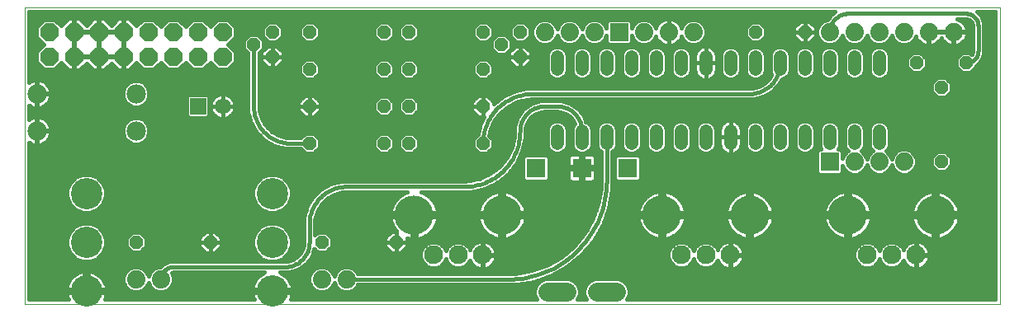
<source format=gbl>
G75*
G70*
%OFA0B0*%
%FSLAX24Y24*%
%IPPOS*%
%LPD*%
%AMOC8*
5,1,8,0,0,1.08239X$1,22.5*
%
%ADD10C,0.0000*%
%ADD11C,0.0520*%
%ADD12C,0.0740*%
%ADD13OC8,0.0520*%
%ADD14C,0.0780*%
%ADD15C,0.0650*%
%ADD16R,0.0650X0.0650*%
%ADD17C,0.1266*%
%ADD18C,0.0760*%
%ADD19C,0.1575*%
%ADD20OC8,0.0740*%
%ADD21R,0.0740X0.0740*%
%ADD22R,0.0768X0.0768*%
%ADD23C,0.0768*%
%ADD24C,0.0160*%
D10*
X000300Y006368D02*
X000300Y018368D01*
X039670Y018368D01*
X039670Y006368D01*
X000300Y006368D01*
D11*
X021800Y012858D02*
X021800Y013378D01*
X022800Y013378D02*
X022800Y012858D01*
X023800Y012858D02*
X023800Y013378D01*
X024800Y013378D02*
X024800Y012858D01*
X025800Y012858D02*
X025800Y013378D01*
X026800Y013378D02*
X026800Y012858D01*
X027800Y012858D02*
X027800Y013378D01*
X028800Y013378D02*
X028800Y012858D01*
X029800Y012858D02*
X029800Y013378D01*
X030800Y013378D02*
X030800Y012858D01*
X031800Y012858D02*
X031800Y013378D01*
X032800Y013378D02*
X032800Y012858D01*
X033800Y012858D02*
X033800Y013378D01*
X034800Y013378D02*
X034800Y012858D01*
X034800Y015858D02*
X034800Y016378D01*
X033800Y016378D02*
X033800Y015858D01*
X032800Y015858D02*
X032800Y016378D01*
X031800Y016378D02*
X031800Y015858D01*
X030800Y015858D02*
X030800Y016378D01*
X029800Y016378D02*
X029800Y015858D01*
X028800Y015858D02*
X028800Y016378D01*
X027800Y016378D02*
X027800Y015858D01*
X026800Y015858D02*
X026800Y016378D01*
X025800Y016378D02*
X025800Y015858D01*
X024800Y015858D02*
X024800Y016378D01*
X023800Y016378D02*
X023800Y015858D01*
X022800Y015858D02*
X022800Y016378D01*
X021800Y016378D02*
X021800Y015858D01*
D12*
X021300Y017368D03*
X022300Y017368D03*
X023300Y017368D03*
X025300Y017368D03*
X026300Y017368D03*
X027300Y017368D03*
X032800Y017368D03*
X033800Y017368D03*
X034800Y017368D03*
X035800Y017368D03*
X036800Y017368D03*
X037800Y017368D03*
X035800Y012118D03*
X034800Y012118D03*
X033800Y012118D03*
X013300Y007368D03*
X012300Y007368D03*
X005800Y007368D03*
X004800Y007368D03*
D13*
X004800Y008868D03*
X007800Y008868D03*
X012300Y008868D03*
X015300Y008868D03*
X014800Y012868D03*
X015800Y012868D03*
X015800Y014368D03*
X014800Y014368D03*
X011800Y014368D03*
X011800Y012868D03*
X011800Y015868D03*
X010300Y016368D03*
X009550Y016868D03*
X010300Y017368D03*
X011800Y017368D03*
X014800Y017368D03*
X015800Y017368D03*
X015800Y015868D03*
X014800Y015868D03*
X018800Y015868D03*
X019550Y016868D03*
X020300Y016368D03*
X020300Y017368D03*
X018800Y017368D03*
X018800Y014368D03*
X018800Y012868D03*
X029800Y017368D03*
X031800Y017368D03*
X036300Y016118D03*
X037300Y015118D03*
X038300Y016118D03*
X037300Y012118D03*
D14*
X004800Y013368D03*
X004800Y014868D03*
X000800Y014868D03*
X000800Y013368D03*
D15*
X008300Y014368D03*
D16*
X007300Y014368D03*
D17*
X010300Y010836D03*
X010300Y008868D03*
X010300Y006899D03*
X002800Y006899D03*
X002800Y008868D03*
X002800Y010836D03*
D18*
X016816Y008353D03*
X017800Y008353D03*
X018784Y008353D03*
X026816Y008353D03*
X027800Y008353D03*
X028784Y008353D03*
X034316Y008353D03*
X035300Y008353D03*
X036284Y008353D03*
D19*
X037072Y009968D03*
X033528Y009968D03*
X029572Y009968D03*
X026028Y009968D03*
X019572Y009968D03*
X016028Y009968D03*
D20*
X008300Y016368D03*
X007300Y016368D03*
X006300Y016368D03*
X005300Y016368D03*
X004300Y016368D03*
X003300Y016368D03*
X002300Y016368D03*
X001300Y016368D03*
X001300Y017368D03*
X002300Y017368D03*
X003300Y017368D03*
X004300Y017368D03*
X005300Y017368D03*
X006300Y017368D03*
X007300Y017368D03*
X008300Y017368D03*
D21*
X024300Y017368D03*
X032800Y012118D03*
D22*
X024650Y011868D03*
X022800Y011868D03*
X020950Y011868D03*
D23*
X021416Y006868D02*
X022184Y006868D01*
X023416Y006868D02*
X024184Y006868D01*
D24*
X024675Y006685D02*
X039490Y006685D01*
X039490Y006548D02*
X024605Y006548D01*
X024628Y006571D01*
X024708Y006763D01*
X024708Y006972D01*
X024628Y007164D01*
X024481Y007312D01*
X024288Y007391D01*
X023312Y007391D01*
X023119Y007312D01*
X022972Y007164D01*
X022892Y006972D01*
X022892Y006763D01*
X022972Y006571D01*
X022995Y006548D01*
X022605Y006548D01*
X022628Y006571D01*
X022708Y006763D01*
X022708Y006972D01*
X022628Y007164D01*
X022481Y007312D01*
X022288Y007391D01*
X021312Y007391D01*
X021119Y007312D01*
X020972Y007164D01*
X020892Y006972D01*
X020892Y006763D01*
X020972Y006571D01*
X020995Y006548D01*
X011034Y006548D01*
X011072Y006637D01*
X011099Y006740D01*
X011110Y006819D01*
X010380Y006819D01*
X010380Y006979D01*
X011110Y006979D01*
X011099Y007058D01*
X011072Y007161D01*
X011031Y007259D01*
X010977Y007352D01*
X010913Y007436D01*
X010837Y007512D01*
X010753Y007577D01*
X010660Y007630D01*
X010618Y007648D01*
X010993Y007648D01*
X011361Y007767D01*
X011673Y007994D01*
X011673Y007994D01*
X011901Y008307D01*
X011997Y008605D01*
X012134Y008468D01*
X012466Y008468D01*
X012700Y008702D01*
X012700Y009033D01*
X012466Y009268D01*
X012134Y009268D01*
X012020Y009153D01*
X012020Y009618D01*
X012031Y009785D01*
X012117Y010107D01*
X012117Y010107D01*
X012285Y010397D01*
X012521Y010633D01*
X012810Y010800D01*
X013133Y010887D01*
X013300Y010898D01*
X015757Y010898D01*
X015658Y010863D01*
X015560Y010816D01*
X015468Y010758D01*
X015383Y010690D01*
X015306Y010613D01*
X015238Y010528D01*
X015180Y010436D01*
X015133Y010338D01*
X015097Y010236D01*
X015073Y010130D01*
X015064Y010048D01*
X015948Y010048D01*
X015948Y009888D01*
X015064Y009888D01*
X015073Y009805D01*
X015097Y009699D01*
X015133Y009597D01*
X015180Y009499D01*
X015238Y009407D01*
X015306Y009322D01*
X015320Y009308D01*
X015300Y009308D01*
X015118Y009308D01*
X014860Y009050D01*
X014860Y008868D01*
X015300Y008868D01*
X015300Y009308D01*
X015300Y008868D01*
X015300Y008868D01*
X015740Y008868D01*
X015740Y009044D01*
X015760Y009036D01*
X015866Y009012D01*
X015948Y009003D01*
X015948Y009888D01*
X016108Y009888D01*
X016108Y010048D01*
X016993Y010048D01*
X016984Y010130D01*
X016959Y010236D01*
X016924Y010338D01*
X016876Y010436D01*
X016819Y010528D01*
X016751Y010613D01*
X016674Y010690D01*
X016589Y010758D01*
X016497Y010816D01*
X016399Y010863D01*
X016300Y010898D01*
X018328Y010898D01*
X018871Y011021D01*
X019372Y011263D01*
X019372Y011263D01*
X019808Y011610D01*
X020155Y012045D01*
X020396Y012547D01*
X020520Y013089D01*
X020520Y013368D01*
X020530Y013490D01*
X020605Y013722D01*
X020748Y013919D01*
X020946Y014063D01*
X021178Y014138D01*
X021300Y014148D01*
X021800Y014148D01*
X021922Y014138D01*
X022154Y014063D01*
X022352Y013919D01*
X022495Y013722D01*
X022515Y013659D01*
X022461Y013604D01*
X022400Y013457D01*
X022400Y012778D01*
X022461Y012631D01*
X022573Y012518D01*
X022720Y012458D01*
X022880Y012458D01*
X023027Y012518D01*
X023139Y012631D01*
X023200Y012778D01*
X023200Y013457D01*
X023139Y013604D01*
X023027Y013717D01*
X022960Y013744D01*
X022901Y013928D01*
X022673Y014241D01*
X022361Y014468D01*
X022361Y014468D01*
X021993Y014588D01*
X021107Y014588D01*
X020739Y014468D01*
X020427Y014241D01*
X020427Y014241D01*
X020199Y013928D01*
X020080Y013561D01*
X020080Y013368D01*
X020067Y013140D01*
X019966Y012697D01*
X019769Y012287D01*
X019485Y011932D01*
X019130Y011649D01*
X018720Y011451D01*
X018277Y011350D01*
X018050Y011338D01*
X013074Y011338D01*
X012636Y011220D01*
X012244Y010994D01*
X012244Y010994D01*
X011924Y010674D01*
X011924Y010674D01*
X011697Y010281D01*
X011580Y009844D01*
X011580Y008868D01*
X011570Y008746D01*
X011495Y008513D01*
X011352Y008316D01*
X011154Y008173D01*
X010922Y008097D01*
X010800Y008088D01*
X006157Y008088D01*
X005892Y007978D01*
X005792Y007878D01*
X005699Y007878D01*
X005511Y007800D01*
X005368Y007656D01*
X005300Y007493D01*
X005232Y007656D01*
X005089Y007800D01*
X004901Y007878D01*
X004699Y007878D01*
X004511Y007800D01*
X004368Y007656D01*
X004290Y007469D01*
X004290Y007266D01*
X004368Y007079D01*
X004511Y006935D01*
X004699Y006858D01*
X004901Y006858D01*
X005089Y006935D01*
X005232Y007079D01*
X005300Y007242D01*
X005368Y007079D01*
X005511Y006935D01*
X005699Y006858D01*
X005901Y006858D01*
X006089Y006935D01*
X006232Y007079D01*
X006310Y007266D01*
X006310Y007469D01*
X006239Y007640D01*
X006245Y007642D01*
X006300Y007648D01*
X009982Y007648D01*
X009940Y007630D01*
X009847Y007577D01*
X009763Y007512D01*
X009687Y007436D01*
X009623Y007352D01*
X009569Y007259D01*
X009528Y007161D01*
X009501Y007058D01*
X009490Y006979D01*
X010220Y006979D01*
X010220Y006819D01*
X009490Y006819D01*
X009501Y006740D01*
X009528Y006637D01*
X009566Y006548D01*
X003534Y006548D01*
X003572Y006637D01*
X003599Y006740D01*
X003610Y006819D01*
X002880Y006819D01*
X002880Y006979D01*
X003610Y006979D01*
X003599Y007058D01*
X003572Y007161D01*
X003531Y007259D01*
X003477Y007352D01*
X003413Y007436D01*
X003337Y007512D01*
X003253Y007577D01*
X003160Y007630D01*
X003062Y007671D01*
X002959Y007698D01*
X002880Y007709D01*
X002880Y006979D01*
X002720Y006979D01*
X002720Y006819D01*
X001990Y006819D01*
X002001Y006740D01*
X002028Y006637D01*
X002066Y006548D01*
X000480Y006548D01*
X000480Y012895D01*
X000501Y012880D01*
X000581Y012839D01*
X000667Y012812D01*
X000755Y012798D01*
X000782Y012798D01*
X000782Y013349D01*
X000818Y013349D01*
X000818Y012798D01*
X000845Y012798D01*
X000933Y012812D01*
X001019Y012839D01*
X001099Y012880D01*
X001171Y012933D01*
X001235Y012996D01*
X001288Y013069D01*
X001328Y013149D01*
X001356Y013234D01*
X001370Y013323D01*
X001370Y013349D01*
X000818Y013349D01*
X000818Y013386D01*
X000782Y013386D01*
X000782Y013938D01*
X000755Y013938D01*
X000667Y013923D01*
X000581Y013896D01*
X000501Y013855D01*
X000480Y013840D01*
X000480Y014395D01*
X000501Y014380D01*
X000581Y014339D01*
X000667Y014312D01*
X000755Y014298D01*
X000782Y014298D01*
X000782Y014849D01*
X000818Y014849D01*
X000818Y014298D01*
X000845Y014298D01*
X000933Y014312D01*
X001019Y014339D01*
X001099Y014380D01*
X001171Y014433D01*
X001235Y014496D01*
X001288Y014569D01*
X001328Y014649D01*
X001356Y014734D01*
X001370Y014823D01*
X001370Y014849D01*
X000818Y014849D01*
X000818Y014886D01*
X000782Y014886D01*
X000782Y015438D01*
X000755Y015438D01*
X000667Y015423D01*
X000581Y015396D01*
X000501Y015355D01*
X000480Y015340D01*
X000480Y018188D01*
X033028Y018188D01*
X032856Y018062D01*
X032856Y018062D01*
X032722Y017878D01*
X032699Y017878D01*
X032511Y017800D01*
X032368Y017656D01*
X032290Y017469D01*
X032290Y017266D01*
X032368Y017079D01*
X032511Y016935D01*
X032699Y016858D01*
X032901Y016858D01*
X033089Y016935D01*
X033232Y017079D01*
X033300Y017242D01*
X033368Y017079D01*
X033511Y016935D01*
X033699Y016858D01*
X033901Y016858D01*
X034089Y016935D01*
X034232Y017079D01*
X034300Y017242D01*
X034368Y017079D01*
X034511Y016935D01*
X034699Y016858D01*
X034901Y016858D01*
X035089Y016935D01*
X035232Y017079D01*
X035300Y017242D01*
X035368Y017079D01*
X035511Y016935D01*
X035699Y016858D01*
X035901Y016858D01*
X036089Y016935D01*
X036232Y017079D01*
X036279Y017191D01*
X036290Y017156D01*
X036330Y017079D01*
X036380Y017009D01*
X036442Y016948D01*
X036512Y016897D01*
X036589Y016858D01*
X036671Y016831D01*
X036757Y016818D01*
X036780Y016818D01*
X036780Y017348D01*
X036820Y017348D01*
X036820Y017388D01*
X037350Y017388D01*
X037780Y017388D01*
X037780Y017348D01*
X036820Y017348D01*
X036820Y016818D01*
X036843Y016818D01*
X036929Y016831D01*
X037011Y016858D01*
X037088Y016897D01*
X037158Y016948D01*
X037220Y017009D01*
X037270Y017079D01*
X037300Y017137D01*
X037330Y017079D01*
X037380Y017009D01*
X037442Y016948D01*
X037512Y016897D01*
X037589Y016858D01*
X037671Y016831D01*
X037757Y016818D01*
X037780Y016818D01*
X037780Y017348D01*
X037820Y017348D01*
X037820Y017388D01*
X038350Y017388D01*
X038350Y017411D01*
X038336Y017496D01*
X038310Y017579D01*
X038270Y017656D01*
X038220Y017726D01*
X038158Y017787D01*
X038088Y017838D01*
X038011Y017877D01*
X037949Y017898D01*
X038300Y017898D01*
X038355Y017892D01*
X038456Y017850D01*
X038533Y017773D01*
X038575Y017672D01*
X038580Y017618D01*
X038580Y016618D01*
X038575Y016563D01*
X038533Y016462D01*
X038527Y016456D01*
X038466Y016518D01*
X038134Y016518D01*
X037900Y016283D01*
X037900Y015952D01*
X038134Y015718D01*
X038466Y015718D01*
X038700Y015952D01*
X038700Y016004D01*
X038708Y016007D01*
X038910Y016210D01*
X039020Y016474D01*
X039020Y017761D01*
X038910Y018025D01*
X038910Y018025D01*
X038748Y018188D01*
X039490Y018188D01*
X039490Y006548D01*
X039490Y006843D02*
X024708Y006843D01*
X024695Y007002D02*
X039490Y007002D01*
X039490Y007160D02*
X024630Y007160D01*
X024464Y007319D02*
X039490Y007319D01*
X039490Y007477D02*
X021449Y007477D01*
X021590Y007528D02*
X020896Y007276D01*
X020896Y007276D01*
X020169Y007148D01*
X013761Y007148D01*
X013732Y007079D01*
X013589Y006935D01*
X013401Y006858D01*
X013199Y006858D01*
X013011Y006935D01*
X012868Y007079D01*
X012800Y007242D01*
X012732Y007079D01*
X012589Y006935D01*
X012401Y006858D01*
X012199Y006858D01*
X012011Y006935D01*
X011868Y007079D01*
X011790Y007266D01*
X011790Y007469D01*
X011868Y007656D01*
X012011Y007800D01*
X012199Y007878D01*
X012401Y007878D01*
X012589Y007800D01*
X012732Y007656D01*
X012800Y007493D01*
X012868Y007656D01*
X013011Y007800D01*
X013199Y007878D01*
X013401Y007878D01*
X013589Y007800D01*
X013732Y007656D01*
X013761Y007588D01*
X019800Y007588D01*
X020129Y007602D01*
X020778Y007716D01*
X021397Y007942D01*
X021968Y008271D01*
X022473Y008695D01*
X022896Y009199D01*
X023226Y009770D01*
X023451Y010389D01*
X023566Y011038D01*
X023580Y011368D01*
X023580Y012516D01*
X023573Y012518D01*
X023461Y012631D01*
X023400Y012778D01*
X023400Y013457D01*
X023461Y013604D01*
X023573Y013717D01*
X023720Y013778D01*
X023880Y013778D01*
X024027Y013717D01*
X024139Y013604D01*
X024200Y013457D01*
X024200Y012778D01*
X024139Y012631D01*
X024027Y012518D01*
X024020Y012516D01*
X024020Y010998D01*
X023892Y010271D01*
X023892Y010271D01*
X023639Y009577D01*
X023639Y009577D01*
X023270Y008938D01*
X023270Y008938D01*
X022795Y008372D01*
X022795Y008372D01*
X022230Y007897D01*
X022230Y007897D01*
X021590Y007528D01*
X021590Y007528D01*
X021776Y007636D02*
X039490Y007636D01*
X039490Y007794D02*
X036333Y007794D01*
X036328Y007793D02*
X036415Y007807D01*
X036499Y007834D01*
X036578Y007874D01*
X036649Y007926D01*
X036711Y007989D01*
X036763Y008060D01*
X036803Y008138D01*
X036830Y008222D01*
X036844Y008309D01*
X036844Y008335D01*
X036303Y008335D01*
X036303Y008372D01*
X036844Y008372D01*
X036844Y008397D01*
X036830Y008484D01*
X036803Y008568D01*
X036763Y008647D01*
X036711Y008718D01*
X036649Y008780D01*
X036578Y008832D01*
X036499Y008872D01*
X036415Y008900D01*
X036328Y008913D01*
X036303Y008913D01*
X036303Y008372D01*
X036266Y008372D01*
X036266Y008913D01*
X036240Y008913D01*
X036153Y008900D01*
X036069Y008872D01*
X035991Y008832D01*
X035919Y008780D01*
X035857Y008718D01*
X035805Y008647D01*
X035770Y008578D01*
X035741Y008648D01*
X035595Y008794D01*
X035403Y008873D01*
X035197Y008873D01*
X035005Y008794D01*
X034859Y008648D01*
X034808Y008524D01*
X034757Y008648D01*
X034610Y008794D01*
X034419Y008873D01*
X034212Y008873D01*
X034021Y008794D01*
X033875Y008648D01*
X033796Y008457D01*
X033796Y008250D01*
X033875Y008059D01*
X034021Y007913D01*
X034212Y007833D01*
X034419Y007833D01*
X034610Y007913D01*
X034757Y008059D01*
X034808Y008183D01*
X034859Y008059D01*
X035005Y007913D01*
X035197Y007833D01*
X035403Y007833D01*
X035595Y007913D01*
X035741Y008059D01*
X035770Y008129D01*
X035805Y008060D01*
X035857Y007989D01*
X035919Y007926D01*
X035991Y007874D01*
X036069Y007834D01*
X036153Y007807D01*
X036240Y007793D01*
X036266Y007793D01*
X036266Y008335D01*
X036303Y008335D01*
X036303Y007793D01*
X036328Y007793D01*
X036303Y007794D02*
X036266Y007794D01*
X036236Y007794D02*
X028833Y007794D01*
X028828Y007793D02*
X028915Y007807D01*
X028999Y007834D01*
X029078Y007874D01*
X029149Y007926D01*
X029211Y007989D01*
X029263Y008060D01*
X029303Y008138D01*
X029330Y008222D01*
X029344Y008309D01*
X029344Y008335D01*
X028803Y008335D01*
X028803Y008372D01*
X029344Y008372D01*
X029344Y008397D01*
X029330Y008484D01*
X029303Y008568D01*
X029263Y008647D01*
X029211Y008718D01*
X029149Y008780D01*
X029078Y008832D01*
X028999Y008872D01*
X028915Y008900D01*
X028828Y008913D01*
X028803Y008913D01*
X028803Y008372D01*
X028766Y008372D01*
X028766Y008913D01*
X028740Y008913D01*
X028653Y008900D01*
X028569Y008872D01*
X028491Y008832D01*
X028419Y008780D01*
X028357Y008718D01*
X028305Y008647D01*
X028270Y008578D01*
X028241Y008648D01*
X028095Y008794D01*
X027903Y008873D01*
X027697Y008873D01*
X027505Y008794D01*
X027359Y008648D01*
X027308Y008524D01*
X027257Y008648D01*
X027110Y008794D01*
X026919Y008873D01*
X026712Y008873D01*
X026521Y008794D01*
X026375Y008648D01*
X026296Y008457D01*
X026296Y008250D01*
X026375Y008059D01*
X026521Y007913D01*
X026712Y007833D01*
X026919Y007833D01*
X027110Y007913D01*
X027257Y008059D01*
X027308Y008183D01*
X027359Y008059D01*
X027505Y007913D01*
X027697Y007833D01*
X027903Y007833D01*
X028095Y007913D01*
X028241Y008059D01*
X028270Y008129D01*
X028305Y008060D01*
X028357Y007989D01*
X028419Y007926D01*
X028491Y007874D01*
X028569Y007834D01*
X028653Y007807D01*
X028740Y007793D01*
X028766Y007793D01*
X028766Y008335D01*
X028803Y008335D01*
X028803Y007793D01*
X028828Y007793D01*
X028803Y007794D02*
X028766Y007794D01*
X028736Y007794D02*
X022051Y007794D01*
X022295Y007953D02*
X026481Y007953D01*
X026353Y008111D02*
X022484Y008111D01*
X022673Y008270D02*
X026296Y008270D01*
X026296Y008428D02*
X022842Y008428D01*
X022795Y008372D02*
X022795Y008372D01*
X022975Y008587D02*
X026349Y008587D01*
X026472Y008745D02*
X023108Y008745D01*
X023241Y008904D02*
X028678Y008904D01*
X028766Y008904D02*
X028803Y008904D01*
X028890Y008904D02*
X036178Y008904D01*
X036266Y008904D02*
X036303Y008904D01*
X036390Y008904D02*
X039490Y008904D01*
X039490Y009062D02*
X037413Y009062D01*
X037442Y009072D02*
X037540Y009119D01*
X037632Y009177D01*
X037717Y009245D01*
X037794Y009322D01*
X037862Y009407D01*
X037920Y009499D01*
X037967Y009597D01*
X038003Y009699D01*
X038027Y009805D01*
X038036Y009888D01*
X037152Y009888D01*
X037152Y010048D01*
X036992Y010048D01*
X036992Y010932D01*
X036909Y010923D01*
X036803Y010899D01*
X036701Y010863D01*
X036603Y010816D01*
X036511Y010758D01*
X036426Y010690D01*
X036349Y010613D01*
X036281Y010528D01*
X036224Y010436D01*
X036176Y010338D01*
X036141Y010236D01*
X036116Y010130D01*
X036107Y010048D01*
X036992Y010048D01*
X036992Y009888D01*
X036107Y009888D01*
X036116Y009805D01*
X036141Y009699D01*
X036176Y009597D01*
X036224Y009499D01*
X036281Y009407D01*
X036349Y009322D01*
X036426Y009245D01*
X036511Y009177D01*
X036603Y009119D01*
X036701Y009072D01*
X036803Y009036D01*
X036909Y009012D01*
X036992Y009003D01*
X036992Y009888D01*
X037152Y009888D01*
X037152Y009003D01*
X037234Y009012D01*
X037340Y009036D01*
X037442Y009072D01*
X037687Y009221D02*
X039490Y009221D01*
X039490Y009379D02*
X037840Y009379D01*
X037938Y009538D02*
X039490Y009538D01*
X039490Y009696D02*
X038002Y009696D01*
X038032Y009855D02*
X039490Y009855D01*
X039490Y010013D02*
X037152Y010013D01*
X037152Y010048D02*
X038036Y010048D01*
X038027Y010130D01*
X038003Y010236D01*
X037967Y010338D01*
X037920Y010436D01*
X037862Y010528D01*
X037794Y010613D01*
X037717Y010690D01*
X037632Y010758D01*
X037540Y010816D01*
X037442Y010863D01*
X037340Y010899D01*
X037234Y010923D01*
X037152Y010932D01*
X037152Y010048D01*
X037152Y010172D02*
X036992Y010172D01*
X036992Y010330D02*
X037152Y010330D01*
X037152Y010489D02*
X036992Y010489D01*
X036992Y010647D02*
X037152Y010647D01*
X037152Y010806D02*
X036992Y010806D01*
X036587Y010806D02*
X034013Y010806D01*
X033997Y010816D02*
X034089Y010758D01*
X034174Y010690D01*
X034251Y010613D01*
X034319Y010528D01*
X034376Y010436D01*
X034424Y010338D01*
X034459Y010236D01*
X034484Y010130D01*
X034493Y010048D01*
X033608Y010048D01*
X033448Y010048D01*
X033448Y010932D01*
X033366Y010923D01*
X033260Y010899D01*
X033158Y010863D01*
X033060Y010816D01*
X032968Y010758D01*
X032883Y010690D01*
X032806Y010613D01*
X032738Y010528D01*
X032680Y010436D01*
X032633Y010338D01*
X032597Y010236D01*
X032573Y010130D01*
X032564Y010048D01*
X033448Y010048D01*
X033448Y009888D01*
X032564Y009888D01*
X032573Y009805D01*
X032597Y009699D01*
X032633Y009597D01*
X032680Y009499D01*
X032738Y009407D01*
X032806Y009322D01*
X032883Y009245D01*
X032968Y009177D01*
X033060Y009119D01*
X033158Y009072D01*
X033260Y009036D01*
X033366Y009012D01*
X033448Y009003D01*
X033448Y009888D01*
X033608Y009888D01*
X033608Y010048D01*
X033608Y010932D01*
X033691Y010923D01*
X033797Y010899D01*
X033899Y010863D01*
X033997Y010816D01*
X034217Y010647D02*
X036383Y010647D01*
X036257Y010489D02*
X034343Y010489D01*
X034426Y010330D02*
X036174Y010330D01*
X036126Y010172D02*
X034474Y010172D01*
X034493Y009888D02*
X033608Y009888D01*
X033608Y009003D01*
X033691Y009012D01*
X033797Y009036D01*
X033899Y009072D01*
X033997Y009119D01*
X034089Y009177D01*
X034174Y009245D01*
X034251Y009322D01*
X034319Y009407D01*
X034376Y009499D01*
X034424Y009597D01*
X034459Y009699D01*
X034484Y009805D01*
X034493Y009888D01*
X034489Y009855D02*
X036111Y009855D01*
X036142Y009696D02*
X034458Y009696D01*
X034395Y009538D02*
X036205Y009538D01*
X036304Y009379D02*
X034296Y009379D01*
X034143Y009221D02*
X036457Y009221D01*
X036730Y009062D02*
X033870Y009062D01*
X033608Y009062D02*
X033448Y009062D01*
X033448Y009221D02*
X033608Y009221D01*
X033608Y009379D02*
X033448Y009379D01*
X033448Y009538D02*
X033608Y009538D01*
X033608Y009696D02*
X033448Y009696D01*
X033448Y009855D02*
X033608Y009855D01*
X033608Y010013D02*
X036992Y010013D01*
X036992Y009855D02*
X037152Y009855D01*
X037152Y009696D02*
X036992Y009696D01*
X036992Y009538D02*
X037152Y009538D01*
X037152Y009379D02*
X036992Y009379D01*
X036992Y009221D02*
X037152Y009221D01*
X037152Y009062D02*
X036992Y009062D01*
X036685Y008745D02*
X039490Y008745D01*
X039490Y008587D02*
X036794Y008587D01*
X036839Y008428D02*
X039490Y008428D01*
X039490Y008270D02*
X036838Y008270D01*
X036789Y008111D02*
X039490Y008111D01*
X039490Y007953D02*
X036675Y007953D01*
X036303Y007953D02*
X036266Y007953D01*
X036266Y008111D02*
X036303Y008111D01*
X036303Y008270D02*
X036266Y008270D01*
X036266Y008428D02*
X036303Y008428D01*
X036303Y008587D02*
X036266Y008587D01*
X036266Y008745D02*
X036303Y008745D01*
X035884Y008745D02*
X035644Y008745D01*
X035766Y008587D02*
X035775Y008587D01*
X035762Y008111D02*
X035779Y008111D01*
X035893Y007953D02*
X035635Y007953D01*
X034965Y007953D02*
X034650Y007953D01*
X034778Y008111D02*
X034838Y008111D01*
X034834Y008587D02*
X034782Y008587D01*
X034659Y008745D02*
X034956Y008745D01*
X033972Y008745D02*
X029185Y008745D01*
X029294Y008587D02*
X033849Y008587D01*
X033796Y008428D02*
X029339Y008428D01*
X029338Y008270D02*
X033796Y008270D01*
X033853Y008111D02*
X029289Y008111D01*
X029175Y007953D02*
X033981Y007953D01*
X033187Y009062D02*
X029913Y009062D01*
X029942Y009072D02*
X030040Y009119D01*
X030132Y009177D01*
X030217Y009245D01*
X030294Y009322D01*
X030362Y009407D01*
X030420Y009499D01*
X030467Y009597D01*
X030503Y009699D01*
X030527Y009805D01*
X030536Y009888D01*
X029652Y009888D01*
X029652Y010048D01*
X029492Y010048D01*
X029492Y010932D01*
X029409Y010923D01*
X029303Y010899D01*
X029201Y010863D01*
X029103Y010816D01*
X029011Y010758D01*
X028926Y010690D01*
X028849Y010613D01*
X028781Y010528D01*
X028724Y010436D01*
X028676Y010338D01*
X028641Y010236D01*
X028616Y010130D01*
X028607Y010048D01*
X029492Y010048D01*
X029492Y009888D01*
X028607Y009888D01*
X028616Y009805D01*
X028641Y009699D01*
X028676Y009597D01*
X028724Y009499D01*
X028781Y009407D01*
X028849Y009322D01*
X028926Y009245D01*
X029011Y009177D01*
X029103Y009119D01*
X029201Y009072D01*
X029303Y009036D01*
X029409Y009012D01*
X029492Y009003D01*
X029492Y009888D01*
X029652Y009888D01*
X029652Y009003D01*
X029734Y009012D01*
X029840Y009036D01*
X029942Y009072D01*
X030187Y009221D02*
X032913Y009221D01*
X032760Y009379D02*
X030340Y009379D01*
X030438Y009538D02*
X032662Y009538D01*
X032598Y009696D02*
X030502Y009696D01*
X030532Y009855D02*
X032568Y009855D01*
X032583Y010172D02*
X030517Y010172D01*
X030527Y010130D02*
X030503Y010236D01*
X030467Y010338D01*
X030420Y010436D01*
X030362Y010528D01*
X030294Y010613D01*
X030217Y010690D01*
X030132Y010758D01*
X030040Y010816D01*
X029942Y010863D01*
X029840Y010899D01*
X029734Y010923D01*
X029652Y010932D01*
X029652Y010048D01*
X030536Y010048D01*
X030527Y010130D01*
X030470Y010330D02*
X032630Y010330D01*
X032713Y010489D02*
X030387Y010489D01*
X030260Y010647D02*
X032840Y010647D01*
X033044Y010806D02*
X030056Y010806D01*
X029652Y010806D02*
X029492Y010806D01*
X029492Y010647D02*
X029652Y010647D01*
X029652Y010489D02*
X029492Y010489D01*
X029492Y010330D02*
X029652Y010330D01*
X029652Y010172D02*
X029492Y010172D01*
X029492Y010013D02*
X026108Y010013D01*
X026108Y010048D02*
X026993Y010048D01*
X026984Y010130D01*
X026959Y010236D01*
X026924Y010338D01*
X026876Y010436D01*
X026819Y010528D01*
X026751Y010613D01*
X026674Y010690D01*
X026589Y010758D01*
X026497Y010816D01*
X026399Y010863D01*
X026297Y010899D01*
X026191Y010923D01*
X026108Y010932D01*
X026108Y010048D01*
X025948Y010048D01*
X025948Y010932D01*
X025866Y010923D01*
X025760Y010899D01*
X025658Y010863D01*
X025560Y010816D01*
X025468Y010758D01*
X025383Y010690D01*
X025306Y010613D01*
X025238Y010528D01*
X025180Y010436D01*
X025133Y010338D01*
X025097Y010236D01*
X025073Y010130D01*
X025064Y010048D01*
X025948Y010048D01*
X025948Y009888D01*
X025064Y009888D01*
X025073Y009805D01*
X025097Y009699D01*
X025133Y009597D01*
X025180Y009499D01*
X025238Y009407D01*
X025306Y009322D01*
X025383Y009245D01*
X025468Y009177D01*
X025560Y009119D01*
X025658Y009072D01*
X025760Y009036D01*
X025866Y009012D01*
X025948Y009003D01*
X025948Y009888D01*
X026108Y009888D01*
X026108Y010048D01*
X026108Y010172D02*
X025948Y010172D01*
X025948Y010330D02*
X026108Y010330D01*
X026108Y010489D02*
X025948Y010489D01*
X025948Y010647D02*
X026108Y010647D01*
X026108Y010806D02*
X025948Y010806D01*
X025544Y010806D02*
X023986Y010806D01*
X024014Y010964D02*
X039490Y010964D01*
X039490Y010806D02*
X037556Y010806D01*
X037760Y010647D02*
X039490Y010647D01*
X039490Y010489D02*
X037887Y010489D01*
X037970Y010330D02*
X039490Y010330D01*
X039490Y010172D02*
X038017Y010172D01*
X039490Y011123D02*
X024020Y011123D01*
X024020Y011281D02*
X039490Y011281D01*
X039490Y011440D02*
X025174Y011440D01*
X025174Y011426D02*
X025092Y011344D01*
X024208Y011344D01*
X024126Y011426D01*
X024126Y012309D01*
X024208Y012391D01*
X025092Y012391D01*
X025174Y012309D01*
X025174Y011426D01*
X025174Y011598D02*
X039490Y011598D01*
X039490Y011757D02*
X037505Y011757D01*
X037466Y011718D02*
X037700Y011952D01*
X037700Y012283D01*
X037466Y012518D01*
X037134Y012518D01*
X036900Y012283D01*
X036900Y011952D01*
X037134Y011718D01*
X037466Y011718D01*
X037663Y011915D02*
X039490Y011915D01*
X039490Y012074D02*
X037700Y012074D01*
X037700Y012232D02*
X039490Y012232D01*
X039490Y012391D02*
X037593Y012391D01*
X037007Y012391D02*
X036239Y012391D01*
X036232Y012406D02*
X036089Y012550D01*
X035901Y012628D01*
X035699Y012628D01*
X035511Y012550D01*
X035368Y012406D01*
X035300Y012243D01*
X035232Y012406D01*
X035089Y012550D01*
X035067Y012559D01*
X035139Y012631D01*
X035200Y012778D01*
X035200Y013457D01*
X035139Y013604D01*
X035027Y013717D01*
X034880Y013778D01*
X034720Y013778D01*
X034573Y013717D01*
X034461Y013604D01*
X034400Y013457D01*
X034400Y012778D01*
X034461Y012631D01*
X034533Y012559D01*
X034511Y012550D01*
X034368Y012406D01*
X034300Y012243D01*
X034232Y012406D01*
X034089Y012550D01*
X034067Y012559D01*
X034139Y012631D01*
X034200Y012778D01*
X034200Y013457D01*
X034139Y013604D01*
X034027Y013717D01*
X033880Y013778D01*
X033720Y013778D01*
X033573Y013717D01*
X033461Y013604D01*
X033400Y013457D01*
X033400Y012778D01*
X033461Y012631D01*
X033533Y012559D01*
X033511Y012550D01*
X033368Y012406D01*
X033310Y012267D01*
X033310Y012546D01*
X033228Y012628D01*
X033136Y012628D01*
X033139Y012631D01*
X033200Y012778D01*
X033200Y013457D01*
X033139Y013604D01*
X033027Y013717D01*
X032880Y013778D01*
X032720Y013778D01*
X032573Y013717D01*
X032461Y013604D01*
X032400Y013457D01*
X032400Y012778D01*
X032461Y012631D01*
X032464Y012628D01*
X032372Y012628D01*
X032290Y012546D01*
X032290Y011690D01*
X032372Y011608D01*
X033228Y011608D01*
X033310Y011690D01*
X033310Y011968D01*
X033368Y011829D01*
X033511Y011685D01*
X033699Y011608D01*
X033901Y011608D01*
X034089Y011685D01*
X034232Y011829D01*
X034300Y011992D01*
X034368Y011829D01*
X034511Y011685D01*
X034699Y011608D01*
X034901Y011608D01*
X035089Y011685D01*
X035232Y011829D01*
X035300Y011992D01*
X035368Y011829D01*
X035511Y011685D01*
X035699Y011608D01*
X035901Y011608D01*
X036089Y011685D01*
X036232Y011829D01*
X036310Y012016D01*
X036310Y012219D01*
X036232Y012406D01*
X036305Y012232D02*
X036900Y012232D01*
X036900Y012074D02*
X036310Y012074D01*
X036268Y011915D02*
X036937Y011915D01*
X037095Y011757D02*
X036160Y011757D01*
X035440Y011757D02*
X035160Y011757D01*
X035268Y011915D02*
X035332Y011915D01*
X035361Y012391D02*
X035239Y012391D01*
X035090Y012549D02*
X035510Y012549D01*
X035171Y012708D02*
X039490Y012708D01*
X039490Y012866D02*
X035200Y012866D01*
X035200Y013025D02*
X039490Y013025D01*
X039490Y013183D02*
X035200Y013183D01*
X035200Y013342D02*
X039490Y013342D01*
X039490Y013500D02*
X035182Y013500D01*
X035085Y013659D02*
X039490Y013659D01*
X039490Y013817D02*
X028838Y013817D01*
X028835Y013818D02*
X028800Y013818D01*
X028765Y013818D01*
X028697Y013807D01*
X028631Y013785D01*
X028569Y013754D01*
X028513Y013713D01*
X028464Y013664D01*
X028424Y013608D01*
X028392Y013546D01*
X028371Y013481D01*
X028360Y013412D01*
X028360Y013118D01*
X028800Y013118D01*
X028800Y013818D01*
X028800Y013118D01*
X028800Y013118D01*
X028800Y013118D01*
X029240Y013118D01*
X029240Y013412D01*
X029229Y013481D01*
X029208Y013546D01*
X029176Y013608D01*
X029136Y013664D01*
X029087Y013713D01*
X029031Y013754D01*
X028969Y013785D01*
X028903Y013807D01*
X028835Y013818D01*
X028800Y013817D02*
X028800Y013817D01*
X028762Y013817D02*
X022937Y013817D01*
X022901Y013928D02*
X022901Y013928D01*
X022866Y013976D02*
X039490Y013976D01*
X039490Y014134D02*
X022751Y014134D01*
X022673Y014241D02*
X022673Y014241D01*
X022673Y014241D01*
X022602Y014293D02*
X039490Y014293D01*
X039490Y014451D02*
X022384Y014451D01*
X022274Y013976D02*
X020826Y013976D01*
X020674Y013817D02*
X022426Y013817D01*
X022515Y013659D02*
X022085Y013659D01*
X022139Y013604D02*
X022027Y013717D01*
X021880Y013778D01*
X021720Y013778D01*
X021573Y013717D01*
X021461Y013604D01*
X021400Y013457D01*
X021400Y012778D01*
X021461Y012631D01*
X021573Y012518D01*
X021720Y012458D01*
X021880Y012458D01*
X022027Y012518D01*
X022139Y012631D01*
X022200Y012778D01*
X022200Y013457D01*
X022139Y013604D01*
X022182Y013500D02*
X022418Y013500D01*
X022400Y013342D02*
X022200Y013342D01*
X022200Y013183D02*
X022400Y013183D01*
X022400Y013025D02*
X022200Y013025D01*
X022200Y012866D02*
X022400Y012866D01*
X022429Y012708D02*
X022171Y012708D01*
X022057Y012549D02*
X022543Y012549D01*
X022392Y012431D02*
X022347Y012419D01*
X022306Y012395D01*
X022272Y012362D01*
X022248Y012321D01*
X022236Y012275D01*
X022236Y011915D01*
X022752Y011915D01*
X021474Y011915D01*
X021474Y011757D02*
X022236Y011757D01*
X022236Y011820D02*
X022236Y011460D01*
X022248Y011414D01*
X022272Y011373D01*
X022306Y011340D01*
X022347Y011316D01*
X022392Y011304D01*
X022752Y011304D01*
X022752Y011820D01*
X022236Y011820D01*
X022236Y011598D02*
X021474Y011598D01*
X021474Y011440D02*
X022242Y011440D01*
X021474Y011426D02*
X021392Y011344D01*
X020508Y011344D01*
X020426Y011426D01*
X020426Y012309D01*
X020508Y012391D01*
X021392Y012391D01*
X021474Y012309D01*
X021474Y011426D01*
X021474Y012074D02*
X022236Y012074D01*
X022236Y012232D02*
X021474Y012232D01*
X021393Y012391D02*
X022301Y012391D01*
X022392Y012431D02*
X022752Y012431D01*
X022752Y011915D01*
X022752Y011820D01*
X022848Y011820D01*
X022848Y011915D01*
X023580Y011915D01*
X023580Y011757D02*
X023364Y011757D01*
X023364Y011820D02*
X022848Y011820D01*
X022848Y011304D01*
X023208Y011304D01*
X023253Y011316D01*
X023294Y011340D01*
X023328Y011373D01*
X023352Y011414D01*
X023364Y011460D01*
X023364Y011820D01*
X023364Y011915D02*
X022848Y011915D01*
X022752Y011915D01*
X022848Y011915D02*
X022848Y012431D01*
X023208Y012431D01*
X023253Y012419D01*
X023294Y012395D01*
X023328Y012362D01*
X023352Y012321D01*
X023364Y012275D01*
X023364Y011915D01*
X023364Y012074D02*
X023580Y012074D01*
X023580Y012232D02*
X023364Y012232D01*
X023299Y012391D02*
X023580Y012391D01*
X023543Y012549D02*
X023057Y012549D01*
X023171Y012708D02*
X023429Y012708D01*
X023400Y012866D02*
X023200Y012866D01*
X023200Y013025D02*
X023400Y013025D01*
X023400Y013183D02*
X023200Y013183D01*
X023200Y013342D02*
X023400Y013342D01*
X023418Y013500D02*
X023182Y013500D01*
X023085Y013659D02*
X023515Y013659D01*
X024085Y013659D02*
X024515Y013659D01*
X024461Y013604D02*
X024400Y013457D01*
X024400Y012778D01*
X024461Y012631D01*
X024573Y012518D01*
X024720Y012458D01*
X024880Y012458D01*
X025027Y012518D01*
X025139Y012631D01*
X025200Y012778D01*
X025200Y013457D01*
X025139Y013604D01*
X025027Y013717D01*
X024880Y013778D01*
X024720Y013778D01*
X024573Y013717D01*
X024461Y013604D01*
X024418Y013500D02*
X024182Y013500D01*
X024200Y013342D02*
X024400Y013342D01*
X024400Y013183D02*
X024200Y013183D01*
X024200Y013025D02*
X024400Y013025D01*
X024400Y012866D02*
X024200Y012866D01*
X024171Y012708D02*
X024429Y012708D01*
X024543Y012549D02*
X024057Y012549D01*
X024020Y012391D02*
X024207Y012391D01*
X024126Y012232D02*
X024020Y012232D01*
X024020Y012074D02*
X024126Y012074D01*
X024126Y011915D02*
X024020Y011915D01*
X024020Y011757D02*
X024126Y011757D01*
X024126Y011598D02*
X024020Y011598D01*
X024020Y011440D02*
X024126Y011440D01*
X023800Y011368D02*
X023800Y013118D01*
X022800Y013118D02*
X022800Y013368D01*
X022798Y013428D01*
X022793Y013489D01*
X022784Y013548D01*
X022771Y013607D01*
X022755Y013666D01*
X022735Y013723D01*
X022712Y013778D01*
X022685Y013833D01*
X022656Y013885D01*
X022623Y013936D01*
X022587Y013985D01*
X022549Y014031D01*
X022507Y014075D01*
X022463Y014117D01*
X022417Y014155D01*
X022368Y014191D01*
X022317Y014224D01*
X022265Y014253D01*
X022210Y014280D01*
X022155Y014303D01*
X022098Y014323D01*
X022039Y014339D01*
X021980Y014352D01*
X021921Y014361D01*
X021860Y014366D01*
X021800Y014368D01*
X021300Y014368D01*
X021166Y014134D02*
X021934Y014134D01*
X021515Y013659D02*
X020585Y013659D01*
X020533Y013500D02*
X021418Y013500D01*
X021400Y013342D02*
X020520Y013342D01*
X020520Y013183D02*
X021400Y013183D01*
X021400Y013025D02*
X020505Y013025D01*
X020469Y012866D02*
X021400Y012866D01*
X021429Y012708D02*
X020433Y012708D01*
X020397Y012549D02*
X021543Y012549D01*
X020800Y014868D02*
X020705Y014866D01*
X020610Y014859D01*
X020515Y014848D01*
X020421Y014832D01*
X020328Y014812D01*
X020237Y014787D01*
X020146Y014758D01*
X020057Y014725D01*
X019969Y014687D01*
X019884Y014646D01*
X019800Y014600D01*
X019719Y014551D01*
X019640Y014497D01*
X019564Y014440D01*
X019490Y014379D01*
X019420Y014315D01*
X019353Y014248D01*
X019289Y014178D01*
X019228Y014104D01*
X019171Y014028D01*
X019117Y013949D01*
X019068Y013868D01*
X019022Y013784D01*
X018981Y013699D01*
X018943Y013611D01*
X018910Y013522D01*
X018881Y013431D01*
X018856Y013340D01*
X018836Y013247D01*
X018820Y013153D01*
X018809Y013058D01*
X018802Y012963D01*
X018800Y012868D01*
X019200Y012866D02*
X020005Y012866D01*
X020041Y013025D02*
X019200Y013025D01*
X019200Y013033D02*
X019056Y013177D01*
X019120Y013455D01*
X019293Y013815D01*
X019541Y014126D01*
X019853Y014375D01*
X020212Y014548D01*
X020601Y014636D01*
X020800Y014648D01*
X029744Y014648D01*
X030117Y014748D01*
X030117Y014748D01*
X030453Y014941D01*
X030726Y015215D01*
X030866Y015458D01*
X030880Y015458D01*
X031027Y015518D01*
X031139Y015631D01*
X031200Y015778D01*
X031200Y016457D01*
X031139Y016604D01*
X031027Y016717D01*
X030880Y016778D01*
X030720Y016778D01*
X030573Y016717D01*
X030461Y016604D01*
X030400Y016457D01*
X030400Y015778D01*
X030456Y015644D01*
X030367Y015490D01*
X030177Y015300D01*
X029944Y015166D01*
X029684Y015096D01*
X029550Y015088D01*
X020550Y015088D01*
X020062Y014976D01*
X019611Y014759D01*
X019240Y014463D01*
X019240Y014550D01*
X018982Y014808D01*
X018800Y014808D01*
X018618Y014808D01*
X018360Y014550D01*
X018360Y014368D01*
X018800Y014368D01*
X018800Y014808D01*
X018800Y014368D01*
X018800Y014368D01*
X018800Y014368D01*
X018360Y014368D01*
X018360Y014185D01*
X018618Y013928D01*
X018800Y013928D01*
X018846Y013928D01*
X018691Y013605D01*
X018608Y013241D01*
X018400Y013033D01*
X018400Y012702D01*
X018634Y012468D01*
X018966Y012468D01*
X019200Y012702D01*
X019200Y013033D01*
X019058Y013183D02*
X020070Y013183D01*
X020079Y013342D02*
X019094Y013342D01*
X019141Y013500D02*
X020080Y013500D01*
X020112Y013659D02*
X019218Y013659D01*
X019295Y013817D02*
X020163Y013817D01*
X020199Y013928D02*
X020199Y013928D01*
X020234Y013976D02*
X019421Y013976D01*
X019551Y014134D02*
X020349Y014134D01*
X020427Y014241D02*
X020427Y014241D01*
X020498Y014293D02*
X019750Y014293D01*
X020012Y014451D02*
X020716Y014451D01*
X020739Y014468D02*
X020739Y014468D01*
X020483Y014610D02*
X039490Y014610D01*
X039490Y014768D02*
X037516Y014768D01*
X037466Y014718D02*
X037700Y014952D01*
X037700Y015283D01*
X037466Y015518D01*
X037134Y015518D01*
X036900Y015283D01*
X036900Y014952D01*
X037134Y014718D01*
X037466Y014718D01*
X037675Y014927D02*
X039490Y014927D01*
X039490Y015085D02*
X037700Y015085D01*
X037700Y015244D02*
X039490Y015244D01*
X039490Y015402D02*
X037581Y015402D01*
X037019Y015402D02*
X030834Y015402D01*
X030743Y015244D02*
X036900Y015244D01*
X036900Y015085D02*
X030596Y015085D01*
X030726Y015215D02*
X030726Y015215D01*
X030453Y014941D02*
X030453Y014941D01*
X030427Y014927D02*
X036925Y014927D01*
X037084Y014768D02*
X030153Y014768D01*
X029550Y014868D02*
X020800Y014868D01*
X020539Y015085D02*
X009770Y015085D01*
X009770Y014927D02*
X019959Y014927D01*
X020062Y014976D02*
X020062Y014976D01*
X019630Y014768D02*
X019022Y014768D01*
X018800Y014768D02*
X018800Y014768D01*
X018800Y014610D02*
X018800Y014610D01*
X018800Y014451D02*
X018800Y014451D01*
X018800Y014368D02*
X018800Y013928D01*
X018800Y014368D01*
X018800Y014368D01*
X018800Y014293D02*
X018800Y014293D01*
X018800Y014134D02*
X018800Y014134D01*
X018800Y013976D02*
X018800Y013976D01*
X018793Y013817D02*
X009902Y013817D01*
X009867Y013878D02*
X009781Y014200D01*
X009770Y014368D01*
X009770Y016522D01*
X009950Y016702D01*
X009950Y017033D01*
X009716Y017268D01*
X009384Y017268D01*
X009150Y017033D01*
X009150Y016702D01*
X009330Y016522D01*
X009330Y014141D01*
X009447Y013704D01*
X009674Y013311D01*
X009994Y012991D01*
X010386Y012765D01*
X010824Y012648D01*
X011454Y012648D01*
X011634Y012468D01*
X011966Y012468D01*
X012200Y012702D01*
X012200Y013033D01*
X011966Y013268D01*
X011634Y013268D01*
X011454Y013088D01*
X011050Y013088D01*
X010883Y013098D01*
X010560Y013185D01*
X010271Y013352D01*
X010035Y013588D01*
X010035Y013588D01*
X009867Y013878D01*
X009841Y013976D02*
X011570Y013976D01*
X011618Y013928D02*
X011800Y013928D01*
X011982Y013928D01*
X012240Y014185D01*
X012240Y014368D01*
X012240Y014550D01*
X011982Y014808D01*
X011800Y014808D01*
X011618Y014808D01*
X011360Y014550D01*
X011360Y014368D01*
X011800Y014368D01*
X011800Y014808D01*
X011800Y014368D01*
X011800Y014368D01*
X012240Y014368D01*
X011800Y014368D01*
X011800Y014368D01*
X011800Y014368D01*
X011360Y014368D01*
X011360Y014185D01*
X011618Y013928D01*
X011800Y013928D02*
X011800Y014368D01*
X011800Y013928D01*
X011800Y013976D02*
X011800Y013976D01*
X011800Y014134D02*
X011800Y014134D01*
X011800Y014293D02*
X011800Y014293D01*
X011800Y014368D02*
X011800Y014368D01*
X011800Y014451D02*
X011800Y014451D01*
X011800Y014610D02*
X011800Y014610D01*
X011800Y014768D02*
X011800Y014768D01*
X012022Y014768D02*
X018578Y014768D01*
X018420Y014610D02*
X016124Y014610D01*
X016200Y014533D02*
X015966Y014768D01*
X015634Y014768D01*
X015400Y014533D01*
X015400Y014202D01*
X015634Y013968D01*
X015966Y013968D01*
X016200Y014202D01*
X016200Y014533D01*
X016200Y014451D02*
X018360Y014451D01*
X018360Y014293D02*
X016200Y014293D01*
X016132Y014134D02*
X018411Y014134D01*
X018570Y013976D02*
X015974Y013976D01*
X015626Y013976D02*
X014974Y013976D01*
X014966Y013968D02*
X015200Y014202D01*
X015200Y014533D01*
X014966Y014768D01*
X014634Y014768D01*
X014400Y014533D01*
X014400Y014202D01*
X014634Y013968D01*
X014966Y013968D01*
X015132Y014134D02*
X015468Y014134D01*
X015400Y014293D02*
X015200Y014293D01*
X015200Y014451D02*
X015400Y014451D01*
X015476Y014610D02*
X015124Y014610D01*
X014476Y014610D02*
X012180Y014610D01*
X012240Y014451D02*
X014400Y014451D01*
X014400Y014293D02*
X012240Y014293D01*
X012189Y014134D02*
X014468Y014134D01*
X014626Y013976D02*
X012030Y013976D01*
X011411Y014134D02*
X009799Y014134D01*
X009775Y014293D02*
X011360Y014293D01*
X011360Y014451D02*
X009770Y014451D01*
X009770Y014610D02*
X011420Y014610D01*
X011578Y014768D02*
X009770Y014768D01*
X009330Y014768D02*
X008608Y014768D01*
X008629Y014753D02*
X008565Y014799D01*
X008494Y014836D01*
X008418Y014860D01*
X008340Y014873D01*
X008300Y014873D01*
X008260Y014873D01*
X008182Y014860D01*
X008106Y014836D01*
X008035Y014799D01*
X007971Y014753D01*
X007915Y014697D01*
X007868Y014632D01*
X007832Y014561D01*
X007807Y014486D01*
X007795Y014407D01*
X007795Y014368D01*
X008300Y014368D01*
X008300Y014873D01*
X008300Y014368D01*
X008300Y014368D01*
X008805Y014368D01*
X008805Y014407D01*
X008793Y014486D01*
X008768Y014561D01*
X008732Y014632D01*
X008685Y014697D01*
X008629Y014753D01*
X008743Y014610D02*
X009330Y014610D01*
X009330Y014451D02*
X008798Y014451D01*
X008805Y014368D02*
X008300Y014368D01*
X008300Y014368D01*
X008300Y014368D01*
X007795Y014368D01*
X007795Y014328D01*
X007807Y014249D01*
X007832Y014174D01*
X007868Y014103D01*
X007915Y014039D01*
X007971Y013982D01*
X008035Y013936D01*
X008106Y013900D01*
X008182Y013875D01*
X008260Y013863D01*
X008300Y013863D01*
X008340Y013863D01*
X008418Y013875D01*
X008494Y013900D01*
X008565Y013936D01*
X008629Y013982D01*
X008685Y014039D01*
X008732Y014103D01*
X008768Y014174D01*
X008793Y014249D01*
X008805Y014328D01*
X008805Y014368D01*
X008799Y014293D02*
X009330Y014293D01*
X009332Y014134D02*
X008748Y014134D01*
X008620Y013976D02*
X009374Y013976D01*
X009417Y013817D02*
X005100Y013817D01*
X004905Y013898D01*
X004695Y013898D01*
X004500Y013817D01*
X001151Y013817D01*
X001171Y013802D02*
X001099Y013855D01*
X001019Y013896D01*
X000933Y013923D01*
X000845Y013938D01*
X000818Y013938D01*
X000818Y013386D01*
X001370Y013386D01*
X001370Y013412D01*
X001356Y013501D01*
X001328Y013586D01*
X001288Y013666D01*
X001235Y013739D01*
X001171Y013802D01*
X001291Y013659D02*
X004347Y013659D01*
X004351Y013668D02*
X004270Y013473D01*
X004270Y013262D01*
X004351Y013067D01*
X004500Y012918D01*
X004695Y012838D01*
X004905Y012838D01*
X005100Y012918D01*
X005249Y013067D01*
X005330Y013262D01*
X005330Y013473D01*
X005249Y013668D01*
X005100Y013817D01*
X005253Y013659D02*
X009473Y013659D01*
X009447Y013704D02*
X009447Y013704D01*
X009565Y013500D02*
X005319Y013500D01*
X005330Y013342D02*
X009656Y013342D01*
X009802Y013183D02*
X005297Y013183D01*
X005207Y013025D02*
X009961Y013025D01*
X009994Y012991D02*
X009994Y012991D01*
X010211Y012866D02*
X004974Y012866D01*
X004626Y012866D02*
X001071Y012866D01*
X001255Y013025D02*
X004393Y013025D01*
X004303Y013183D02*
X001339Y013183D01*
X001370Y013342D02*
X004270Y013342D01*
X004281Y013500D02*
X001356Y013500D01*
X000818Y013500D02*
X000782Y013500D01*
X000782Y013342D02*
X000818Y013342D01*
X000818Y013183D02*
X000782Y013183D01*
X000782Y013025D02*
X000818Y013025D01*
X000818Y012866D02*
X000782Y012866D01*
X000529Y012866D02*
X000480Y012866D01*
X000480Y012708D02*
X010600Y012708D01*
X011050Y012868D02*
X011800Y012868D01*
X012200Y012866D02*
X014400Y012866D01*
X014400Y012708D02*
X012200Y012708D01*
X012047Y012549D02*
X014553Y012549D01*
X014634Y012468D02*
X014400Y012702D01*
X014400Y013033D01*
X014634Y013268D01*
X014966Y013268D01*
X015200Y013033D01*
X015200Y012702D01*
X014966Y012468D01*
X014634Y012468D01*
X015047Y012549D02*
X015553Y012549D01*
X015634Y012468D02*
X015966Y012468D01*
X016200Y012702D01*
X016200Y013033D01*
X015966Y013268D01*
X015634Y013268D01*
X015400Y013033D01*
X015400Y012702D01*
X015634Y012468D01*
X016047Y012549D02*
X018553Y012549D01*
X018400Y012708D02*
X016200Y012708D01*
X016200Y012866D02*
X018400Y012866D01*
X018400Y013025D02*
X016200Y013025D01*
X016050Y013183D02*
X018550Y013183D01*
X018631Y013342D02*
X010289Y013342D01*
X010123Y013500D02*
X018667Y013500D01*
X018691Y013605D02*
X018691Y013605D01*
X018717Y013659D02*
X009994Y013659D01*
X010567Y013183D02*
X011550Y013183D01*
X012050Y013183D02*
X014550Y013183D01*
X014400Y013025D02*
X012200Y013025D01*
X011553Y012549D02*
X000480Y012549D01*
X000480Y012391D02*
X019818Y012391D01*
X019895Y012549D02*
X019047Y012549D01*
X019200Y012708D02*
X019968Y012708D01*
X020396Y012547D02*
X020396Y012547D01*
X020321Y012391D02*
X020507Y012391D01*
X020426Y012232D02*
X020245Y012232D01*
X020168Y012074D02*
X020426Y012074D01*
X020426Y011915D02*
X020051Y011915D01*
X020155Y012045D02*
X020155Y012045D01*
X019925Y011757D02*
X020426Y011757D01*
X020426Y011598D02*
X019793Y011598D01*
X019808Y011610D02*
X019808Y011610D01*
X023800Y011368D02*
X023795Y011178D01*
X023782Y010988D01*
X023759Y010799D01*
X023728Y010611D01*
X023687Y010425D01*
X023638Y010241D01*
X023580Y010060D01*
X023513Y009881D01*
X023439Y009706D01*
X023355Y009535D01*
X023264Y009368D01*
X023165Y009205D01*
X023058Y009048D01*
X022944Y008895D01*
X022823Y008749D01*
X022695Y008608D01*
X022560Y008473D01*
X022419Y008345D01*
X022273Y008224D01*
X022120Y008110D01*
X021963Y008003D01*
X021800Y007904D01*
X021633Y007813D01*
X021462Y007729D01*
X021287Y007655D01*
X021108Y007588D01*
X020927Y007530D01*
X020743Y007481D01*
X020557Y007440D01*
X020369Y007409D01*
X020180Y007386D01*
X019990Y007373D01*
X019800Y007368D01*
X013300Y007368D01*
X012834Y007160D02*
X012766Y007160D01*
X012655Y007002D02*
X012945Y007002D01*
X013655Y007002D02*
X020905Y007002D01*
X020892Y006843D02*
X010380Y006843D01*
X010220Y006843D02*
X002880Y006843D01*
X002880Y007002D02*
X002720Y007002D01*
X002720Y006979D02*
X002720Y007709D01*
X002641Y007698D01*
X002538Y007671D01*
X002440Y007630D01*
X002347Y007577D01*
X002263Y007512D01*
X002187Y007436D01*
X002123Y007352D01*
X002069Y007259D01*
X002028Y007161D01*
X002001Y007058D01*
X001990Y006979D01*
X002720Y006979D01*
X002720Y006843D02*
X000480Y006843D01*
X000480Y006685D02*
X002016Y006685D01*
X001993Y007002D02*
X000480Y007002D01*
X000480Y007160D02*
X002028Y007160D01*
X002103Y007319D02*
X000480Y007319D01*
X000480Y007477D02*
X002228Y007477D01*
X002453Y007636D02*
X000480Y007636D01*
X000480Y007794D02*
X004505Y007794D01*
X004359Y007636D02*
X003147Y007636D01*
X002880Y007636D02*
X002720Y007636D01*
X002720Y007477D02*
X002880Y007477D01*
X002880Y007319D02*
X002720Y007319D01*
X002720Y007160D02*
X002880Y007160D01*
X003497Y007319D02*
X004290Y007319D01*
X004293Y007477D02*
X003372Y007477D01*
X003572Y007160D02*
X004334Y007160D01*
X004445Y007002D02*
X003607Y007002D01*
X003584Y006685D02*
X009516Y006685D01*
X009493Y007002D02*
X006155Y007002D01*
X006266Y007160D02*
X009528Y007160D01*
X009603Y007319D02*
X006310Y007319D01*
X005800Y007368D02*
X005802Y007412D01*
X005808Y007455D01*
X005817Y007497D01*
X005830Y007539D01*
X005847Y007579D01*
X005867Y007618D01*
X005890Y007655D01*
X005917Y007689D01*
X005946Y007722D01*
X005979Y007751D01*
X006013Y007778D01*
X006050Y007801D01*
X006089Y007821D01*
X006129Y007838D01*
X006171Y007851D01*
X006213Y007860D01*
X006256Y007866D01*
X006300Y007868D01*
X010800Y007868D01*
X010647Y007636D02*
X011859Y007636D01*
X011793Y007477D02*
X010872Y007477D01*
X010997Y007319D02*
X011790Y007319D01*
X011834Y007160D02*
X011072Y007160D01*
X011107Y007002D02*
X011945Y007002D01*
X011084Y006685D02*
X020925Y006685D01*
X020970Y007160D02*
X020240Y007160D01*
X021014Y007319D02*
X021136Y007319D01*
X020992Y007794D02*
X018833Y007794D01*
X018828Y007793D02*
X018915Y007807D01*
X018999Y007834D01*
X019078Y007874D01*
X019149Y007926D01*
X019211Y007989D01*
X019263Y008060D01*
X019303Y008138D01*
X019330Y008222D01*
X019344Y008309D01*
X019344Y008335D01*
X018803Y008335D01*
X018803Y008372D01*
X019344Y008372D01*
X019344Y008397D01*
X019330Y008484D01*
X019303Y008568D01*
X019263Y008647D01*
X019211Y008718D01*
X019149Y008780D01*
X019078Y008832D01*
X018999Y008872D01*
X018915Y008900D01*
X018828Y008913D01*
X018803Y008913D01*
X018803Y008372D01*
X018766Y008372D01*
X018766Y008913D01*
X018740Y008913D01*
X018653Y008900D01*
X018569Y008872D01*
X018491Y008832D01*
X018419Y008780D01*
X018357Y008718D01*
X018305Y008647D01*
X018270Y008578D01*
X018241Y008648D01*
X018095Y008794D01*
X017903Y008873D01*
X017697Y008873D01*
X017505Y008794D01*
X017359Y008648D01*
X017308Y008524D01*
X017257Y008648D01*
X017110Y008794D01*
X016919Y008873D01*
X016712Y008873D01*
X016521Y008794D01*
X016375Y008648D01*
X016296Y008457D01*
X016296Y008250D01*
X016375Y008059D01*
X016521Y007913D01*
X016712Y007833D01*
X016919Y007833D01*
X017110Y007913D01*
X017257Y008059D01*
X017308Y008183D01*
X017359Y008059D01*
X017505Y007913D01*
X017697Y007833D01*
X017903Y007833D01*
X018095Y007913D01*
X018241Y008059D01*
X018270Y008129D01*
X018305Y008060D01*
X018357Y007989D01*
X018419Y007926D01*
X018491Y007874D01*
X018569Y007834D01*
X018653Y007807D01*
X018740Y007793D01*
X018766Y007793D01*
X018766Y008335D01*
X018803Y008335D01*
X018803Y007793D01*
X018828Y007793D01*
X018803Y007794D02*
X018766Y007794D01*
X018736Y007794D02*
X013595Y007794D01*
X013741Y007636D02*
X020320Y007636D01*
X021416Y007953D02*
X019175Y007953D01*
X019289Y008111D02*
X021691Y008111D01*
X021965Y008270D02*
X019338Y008270D01*
X019339Y008428D02*
X022155Y008428D01*
X022344Y008587D02*
X019294Y008587D01*
X019185Y008745D02*
X022515Y008745D01*
X022648Y008904D02*
X018890Y008904D01*
X018803Y008904D02*
X018766Y008904D01*
X018678Y008904D02*
X015740Y008904D01*
X015740Y008868D02*
X015300Y008868D01*
X015300Y008868D01*
X015300Y008868D01*
X014860Y008868D01*
X014860Y008685D01*
X015118Y008428D01*
X015300Y008428D01*
X015300Y008428D01*
X015482Y008428D01*
X015740Y008685D01*
X015740Y008868D01*
X015740Y008745D02*
X016472Y008745D01*
X016349Y008587D02*
X015641Y008587D01*
X015483Y008428D02*
X016296Y008428D01*
X016296Y008270D02*
X011874Y008270D01*
X011901Y008307D02*
X011901Y008307D01*
X011940Y008428D02*
X015117Y008428D01*
X015300Y008428D02*
X015300Y008868D01*
X015300Y008428D01*
X015300Y008587D02*
X015300Y008587D01*
X015300Y008745D02*
X015300Y008745D01*
X015300Y008868D02*
X015300Y008868D01*
X015300Y008904D02*
X015300Y008904D01*
X015300Y009062D02*
X015300Y009062D01*
X015300Y009221D02*
X015300Y009221D01*
X015260Y009379D02*
X012020Y009379D01*
X012020Y009221D02*
X012087Y009221D01*
X012513Y009221D02*
X015031Y009221D01*
X014872Y009062D02*
X012671Y009062D01*
X012700Y008904D02*
X014860Y008904D01*
X014860Y008745D02*
X012700Y008745D01*
X012585Y008587D02*
X014959Y008587D01*
X015948Y009062D02*
X016108Y009062D01*
X016108Y009003D02*
X016191Y009012D01*
X016297Y009036D01*
X016399Y009072D01*
X016497Y009119D01*
X016589Y009177D01*
X016674Y009245D01*
X016751Y009322D01*
X016819Y009407D01*
X016876Y009499D01*
X016924Y009597D01*
X016959Y009699D01*
X016984Y009805D01*
X016993Y009888D01*
X016108Y009888D01*
X016108Y009003D01*
X016108Y009221D02*
X015948Y009221D01*
X015948Y009379D02*
X016108Y009379D01*
X016108Y009538D02*
X015948Y009538D01*
X015948Y009696D02*
X016108Y009696D01*
X016108Y009855D02*
X015948Y009855D01*
X015948Y010013D02*
X012092Y010013D01*
X012050Y009855D02*
X015068Y009855D01*
X015098Y009696D02*
X012025Y009696D01*
X012020Y009538D02*
X015162Y009538D01*
X016108Y010013D02*
X019492Y010013D01*
X019492Y010048D02*
X019492Y009888D01*
X018607Y009888D01*
X018616Y009805D01*
X018641Y009699D01*
X018676Y009597D01*
X018724Y009499D01*
X018781Y009407D01*
X018849Y009322D01*
X018926Y009245D01*
X019011Y009177D01*
X019103Y009119D01*
X019201Y009072D01*
X019303Y009036D01*
X019409Y009012D01*
X019492Y009003D01*
X019492Y009888D01*
X019652Y009888D01*
X019652Y010048D01*
X019492Y010048D01*
X019492Y010932D01*
X019409Y010923D01*
X019303Y010899D01*
X019201Y010863D01*
X019103Y010816D01*
X019011Y010758D01*
X018926Y010690D01*
X018849Y010613D01*
X018781Y010528D01*
X018724Y010436D01*
X018676Y010338D01*
X018641Y010236D01*
X018616Y010130D01*
X018607Y010048D01*
X019492Y010048D01*
X019492Y010172D02*
X019652Y010172D01*
X019652Y010048D02*
X019652Y010932D01*
X019734Y010923D01*
X019840Y010899D01*
X019942Y010863D01*
X020040Y010816D01*
X020132Y010758D01*
X020217Y010690D01*
X020294Y010613D01*
X020362Y010528D01*
X020420Y010436D01*
X020467Y010338D01*
X020503Y010236D01*
X020527Y010130D01*
X020536Y010048D01*
X019652Y010048D01*
X019652Y010013D02*
X023314Y010013D01*
X023257Y009855D02*
X020532Y009855D01*
X020536Y009888D02*
X019652Y009888D01*
X019652Y009003D01*
X019734Y009012D01*
X019840Y009036D01*
X019942Y009072D01*
X020040Y009119D01*
X020132Y009177D01*
X020217Y009245D01*
X020294Y009322D01*
X020362Y009407D01*
X020420Y009499D01*
X020467Y009597D01*
X020503Y009699D01*
X020527Y009805D01*
X020536Y009888D01*
X020502Y009696D02*
X023183Y009696D01*
X023092Y009538D02*
X020438Y009538D01*
X020340Y009379D02*
X023000Y009379D01*
X022909Y009221D02*
X020187Y009221D01*
X019913Y009062D02*
X022781Y009062D01*
X023342Y009062D02*
X025687Y009062D01*
X025948Y009062D02*
X026108Y009062D01*
X026108Y009003D02*
X026191Y009012D01*
X026297Y009036D01*
X026399Y009072D01*
X026497Y009119D01*
X026589Y009177D01*
X026674Y009245D01*
X026751Y009322D01*
X026819Y009407D01*
X026876Y009499D01*
X026924Y009597D01*
X026959Y009699D01*
X026984Y009805D01*
X026993Y009888D01*
X026108Y009888D01*
X026108Y009003D01*
X026108Y009221D02*
X025948Y009221D01*
X025948Y009379D02*
X026108Y009379D01*
X026108Y009538D02*
X025948Y009538D01*
X025948Y009696D02*
X026108Y009696D01*
X026108Y009855D02*
X025948Y009855D01*
X025948Y010013D02*
X023798Y010013D01*
X023856Y010172D02*
X025083Y010172D01*
X025130Y010330D02*
X023902Y010330D01*
X023930Y010489D02*
X025213Y010489D01*
X025340Y010647D02*
X023958Y010647D01*
X023497Y010647D02*
X020260Y010647D01*
X020387Y010489D02*
X023469Y010489D01*
X023430Y010330D02*
X020470Y010330D01*
X020517Y010172D02*
X023372Y010172D01*
X023740Y009855D02*
X025068Y009855D01*
X025098Y009696D02*
X023682Y009696D01*
X023616Y009538D02*
X025162Y009538D01*
X025260Y009379D02*
X023525Y009379D01*
X023433Y009221D02*
X025413Y009221D01*
X026370Y009062D02*
X029230Y009062D01*
X029492Y009062D02*
X029652Y009062D01*
X029652Y009221D02*
X029492Y009221D01*
X029492Y009379D02*
X029652Y009379D01*
X029652Y009538D02*
X029492Y009538D01*
X029492Y009696D02*
X029652Y009696D01*
X029652Y009855D02*
X029492Y009855D01*
X029652Y010013D02*
X033448Y010013D01*
X033448Y010172D02*
X033608Y010172D01*
X033608Y010330D02*
X033448Y010330D01*
X033448Y010489D02*
X033608Y010489D01*
X033608Y010647D02*
X033448Y010647D01*
X033448Y010806D02*
X033608Y010806D01*
X033440Y011757D02*
X033310Y011757D01*
X033310Y011915D02*
X033332Y011915D01*
X033310Y012391D02*
X033361Y012391D01*
X033306Y012549D02*
X033510Y012549D01*
X033429Y012708D02*
X033171Y012708D01*
X033200Y012866D02*
X033400Y012866D01*
X033400Y013025D02*
X033200Y013025D01*
X033200Y013183D02*
X033400Y013183D01*
X033400Y013342D02*
X033200Y013342D01*
X033182Y013500D02*
X033418Y013500D01*
X033515Y013659D02*
X033085Y013659D01*
X032515Y013659D02*
X032085Y013659D01*
X032139Y013604D02*
X032027Y013717D01*
X031880Y013778D01*
X031720Y013778D01*
X031573Y013717D01*
X031461Y013604D01*
X031400Y013457D01*
X031400Y012778D01*
X031461Y012631D01*
X031573Y012518D01*
X031720Y012458D01*
X031880Y012458D01*
X032027Y012518D01*
X032139Y012631D01*
X032200Y012778D01*
X032200Y013457D01*
X032139Y013604D01*
X032182Y013500D02*
X032418Y013500D01*
X032400Y013342D02*
X032200Y013342D01*
X032200Y013183D02*
X032400Y013183D01*
X032400Y013025D02*
X032200Y013025D01*
X032200Y012866D02*
X032400Y012866D01*
X032429Y012708D02*
X032171Y012708D01*
X032057Y012549D02*
X032294Y012549D01*
X032290Y012391D02*
X025093Y012391D01*
X025057Y012549D02*
X025543Y012549D01*
X025573Y012518D02*
X025720Y012458D01*
X025880Y012458D01*
X026027Y012518D01*
X026139Y012631D01*
X026200Y012778D01*
X026200Y013457D01*
X026139Y013604D01*
X026027Y013717D01*
X025880Y013778D01*
X025720Y013778D01*
X025573Y013717D01*
X025461Y013604D01*
X025400Y013457D01*
X025400Y012778D01*
X025461Y012631D01*
X025573Y012518D01*
X025429Y012708D02*
X025171Y012708D01*
X025200Y012866D02*
X025400Y012866D01*
X025400Y013025D02*
X025200Y013025D01*
X025200Y013183D02*
X025400Y013183D01*
X025400Y013342D02*
X025200Y013342D01*
X025182Y013500D02*
X025418Y013500D01*
X025515Y013659D02*
X025085Y013659D01*
X026085Y013659D02*
X026515Y013659D01*
X026461Y013604D02*
X026400Y013457D01*
X026400Y012778D01*
X026461Y012631D01*
X026573Y012518D01*
X026720Y012458D01*
X026880Y012458D01*
X027027Y012518D01*
X027139Y012631D01*
X027200Y012778D01*
X027200Y013457D01*
X027139Y013604D01*
X027027Y013717D01*
X026880Y013778D01*
X026720Y013778D01*
X026573Y013717D01*
X026461Y013604D01*
X026418Y013500D02*
X026182Y013500D01*
X026200Y013342D02*
X026400Y013342D01*
X026400Y013183D02*
X026200Y013183D01*
X026200Y013025D02*
X026400Y013025D01*
X026400Y012866D02*
X026200Y012866D01*
X026171Y012708D02*
X026429Y012708D01*
X026543Y012549D02*
X026057Y012549D01*
X025174Y012232D02*
X032290Y012232D01*
X032290Y012074D02*
X025174Y012074D01*
X025174Y011915D02*
X032290Y011915D01*
X032290Y011757D02*
X025174Y011757D01*
X023580Y011598D02*
X023364Y011598D01*
X023358Y011440D02*
X023580Y011440D01*
X023576Y011281D02*
X019395Y011281D01*
X019594Y011440D02*
X020426Y011440D01*
X019464Y011915D02*
X000480Y011915D01*
X000480Y011757D02*
X019265Y011757D01*
X019025Y011598D02*
X010480Y011598D01*
X010454Y011609D02*
X010146Y011609D01*
X009862Y011491D01*
X009645Y011274D01*
X009527Y010990D01*
X009527Y010682D01*
X009645Y010398D01*
X009862Y010181D01*
X010146Y010063D01*
X010454Y010063D01*
X010738Y010181D01*
X010955Y010398D01*
X011073Y010682D01*
X011073Y010990D01*
X010955Y011274D01*
X010738Y011491D01*
X010454Y011609D01*
X010120Y011598D02*
X002980Y011598D01*
X002954Y011609D02*
X002646Y011609D01*
X002362Y011491D01*
X002145Y011274D01*
X002027Y010990D01*
X002027Y010682D01*
X002145Y010398D01*
X002362Y010181D01*
X002646Y010063D01*
X002954Y010063D01*
X003238Y010181D01*
X003455Y010398D01*
X003573Y010682D01*
X003573Y010990D01*
X003455Y011274D01*
X003238Y011491D01*
X002954Y011609D01*
X002620Y011598D02*
X000480Y011598D01*
X000480Y011440D02*
X002310Y011440D01*
X002152Y011281D02*
X000480Y011281D01*
X000480Y011123D02*
X002082Y011123D01*
X002027Y010964D02*
X000480Y010964D01*
X000480Y010806D02*
X002027Y010806D01*
X002042Y010647D02*
X000480Y010647D01*
X000480Y010489D02*
X002107Y010489D01*
X002213Y010330D02*
X000480Y010330D01*
X000480Y010172D02*
X002384Y010172D01*
X003216Y010172D02*
X009884Y010172D01*
X009713Y010330D02*
X003387Y010330D01*
X003493Y010489D02*
X009607Y010489D01*
X009542Y010647D02*
X003558Y010647D01*
X003573Y010806D02*
X009527Y010806D01*
X009527Y010964D02*
X003573Y010964D01*
X003518Y011123D02*
X009582Y011123D01*
X009652Y011281D02*
X003448Y011281D01*
X003290Y011440D02*
X009810Y011440D01*
X010790Y011440D02*
X018668Y011440D01*
X018871Y011021D02*
X018871Y011021D01*
X019081Y011123D02*
X023569Y011123D01*
X023553Y010964D02*
X018620Y010964D01*
X018883Y010647D02*
X016717Y010647D01*
X016843Y010489D02*
X018757Y010489D01*
X018674Y010330D02*
X016926Y010330D01*
X016974Y010172D02*
X018626Y010172D01*
X018611Y009855D02*
X016989Y009855D01*
X016958Y009696D02*
X018642Y009696D01*
X018705Y009538D02*
X016895Y009538D01*
X016796Y009379D02*
X018804Y009379D01*
X018957Y009221D02*
X016643Y009221D01*
X016370Y009062D02*
X019230Y009062D01*
X019492Y009062D02*
X019652Y009062D01*
X019652Y009221D02*
X019492Y009221D01*
X019492Y009379D02*
X019652Y009379D01*
X019652Y009538D02*
X019492Y009538D01*
X019492Y009696D02*
X019652Y009696D01*
X019652Y009855D02*
X019492Y009855D01*
X019492Y010330D02*
X019652Y010330D01*
X019652Y010489D02*
X019492Y010489D01*
X019492Y010647D02*
X019652Y010647D01*
X019652Y010806D02*
X019492Y010806D01*
X019087Y010806D02*
X016513Y010806D01*
X015544Y010806D02*
X012830Y010806D01*
X012545Y010647D02*
X015340Y010647D01*
X015213Y010489D02*
X012376Y010489D01*
X012246Y010330D02*
X015130Y010330D01*
X015083Y010172D02*
X012154Y010172D01*
X011817Y010489D02*
X010993Y010489D01*
X011058Y010647D02*
X011908Y010647D01*
X012056Y010806D02*
X011073Y010806D01*
X011073Y010964D02*
X012214Y010964D01*
X012467Y011123D02*
X011018Y011123D01*
X010948Y011281D02*
X012863Y011281D01*
X012636Y011220D02*
X012636Y011220D01*
X013300Y011118D02*
X018050Y011118D01*
X019598Y012074D02*
X000480Y012074D01*
X000480Y012232D02*
X019725Y012232D01*
X020056Y010806D02*
X023525Y010806D01*
X022848Y011440D02*
X022752Y011440D01*
X022752Y011598D02*
X022848Y011598D01*
X022848Y011757D02*
X022752Y011757D01*
X022752Y012074D02*
X022848Y012074D01*
X022848Y012232D02*
X022752Y012232D01*
X022752Y012391D02*
X022848Y012391D01*
X021300Y014368D02*
X021240Y014366D01*
X021179Y014361D01*
X021120Y014352D01*
X021061Y014339D01*
X021002Y014323D01*
X020945Y014303D01*
X020890Y014280D01*
X020835Y014253D01*
X020783Y014224D01*
X020732Y014191D01*
X020683Y014155D01*
X020637Y014117D01*
X020593Y014075D01*
X020551Y014031D01*
X020513Y013985D01*
X020477Y013936D01*
X020444Y013885D01*
X020415Y013833D01*
X020388Y013778D01*
X020365Y013723D01*
X020345Y013666D01*
X020329Y013607D01*
X020316Y013548D01*
X020307Y013489D01*
X020302Y013428D01*
X020300Y013368D01*
X019424Y014610D02*
X019180Y014610D01*
X019611Y014759D02*
X019611Y014759D01*
X018966Y015468D02*
X019200Y015702D01*
X019200Y016033D01*
X018966Y016268D01*
X018634Y016268D01*
X018400Y016033D01*
X018400Y015702D01*
X018634Y015468D01*
X018966Y015468D01*
X019059Y015561D02*
X021531Y015561D01*
X021573Y015518D02*
X021720Y015458D01*
X021880Y015458D01*
X022027Y015518D01*
X022139Y015631D01*
X022200Y015778D01*
X022200Y016457D01*
X022139Y016604D01*
X022027Y016717D01*
X021880Y016778D01*
X021720Y016778D01*
X021573Y016717D01*
X021461Y016604D01*
X021400Y016457D01*
X021400Y015778D01*
X021461Y015631D01*
X021573Y015518D01*
X021424Y015719D02*
X019200Y015719D01*
X019200Y015878D02*
X021400Y015878D01*
X021400Y016036D02*
X020591Y016036D01*
X020482Y015928D02*
X020740Y016185D01*
X020740Y016368D01*
X020740Y016550D01*
X020482Y016808D01*
X020300Y016808D01*
X020118Y016808D01*
X019860Y016550D01*
X019860Y016368D01*
X020300Y016368D01*
X020300Y016808D01*
X020300Y016368D01*
X020300Y016368D01*
X020300Y016368D01*
X020740Y016368D01*
X020300Y016368D01*
X020300Y016368D01*
X019860Y016368D01*
X019860Y016185D01*
X020118Y015928D01*
X020300Y015928D01*
X020482Y015928D01*
X020300Y015928D02*
X020300Y016368D01*
X020300Y016368D01*
X020300Y015928D01*
X020300Y016036D02*
X020300Y016036D01*
X020300Y016195D02*
X020300Y016195D01*
X020300Y016353D02*
X020300Y016353D01*
X020300Y016512D02*
X020300Y016512D01*
X020300Y016670D02*
X020300Y016670D01*
X020620Y016670D02*
X021527Y016670D01*
X021423Y016512D02*
X020740Y016512D01*
X020740Y016353D02*
X021400Y016353D01*
X021400Y016195D02*
X020740Y016195D01*
X020009Y016036D02*
X019197Y016036D01*
X019039Y016195D02*
X019860Y016195D01*
X019860Y016353D02*
X010740Y016353D01*
X010740Y016368D02*
X010300Y016368D01*
X010300Y016808D01*
X010118Y016808D01*
X009860Y016550D01*
X009860Y016368D01*
X010300Y016368D01*
X010300Y016368D01*
X010300Y016808D01*
X010482Y016808D01*
X010740Y016550D01*
X010740Y016368D01*
X010300Y016368D01*
X010300Y016368D01*
X010300Y016368D01*
X009860Y016368D01*
X009860Y016185D01*
X010118Y015928D01*
X010300Y015928D01*
X010482Y015928D01*
X010740Y016185D01*
X010740Y016368D01*
X010740Y016512D02*
X019340Y016512D01*
X019384Y016468D02*
X019150Y016702D01*
X019150Y017033D01*
X019384Y017268D01*
X019716Y017268D01*
X019950Y017033D01*
X019950Y016702D01*
X019716Y016468D01*
X019384Y016468D01*
X019182Y016670D02*
X010620Y016670D01*
X010300Y016670D02*
X010300Y016670D01*
X010300Y016512D02*
X010300Y016512D01*
X010300Y016368D02*
X010300Y015928D01*
X010300Y016368D01*
X010300Y016368D01*
X010300Y016353D02*
X010300Y016353D01*
X010300Y016195D02*
X010300Y016195D01*
X010300Y016036D02*
X010300Y016036D01*
X010591Y016036D02*
X011403Y016036D01*
X011400Y016033D02*
X011400Y015702D01*
X011634Y015468D01*
X011966Y015468D01*
X012200Y015702D01*
X012200Y016033D01*
X011966Y016268D01*
X011634Y016268D01*
X011400Y016033D01*
X011400Y015878D02*
X009770Y015878D01*
X009770Y016036D02*
X010009Y016036D01*
X009860Y016195D02*
X009770Y016195D01*
X009770Y016353D02*
X009860Y016353D01*
X009860Y016512D02*
X009770Y016512D01*
X009918Y016670D02*
X009980Y016670D01*
X009950Y016829D02*
X019150Y016829D01*
X019150Y016987D02*
X018985Y016987D01*
X018966Y016968D02*
X019200Y017202D01*
X019200Y017533D01*
X018966Y017768D01*
X018634Y017768D01*
X018400Y017533D01*
X018400Y017202D01*
X018634Y016968D01*
X018966Y016968D01*
X019144Y017146D02*
X019262Y017146D01*
X019200Y017304D02*
X019900Y017304D01*
X019900Y017202D02*
X020134Y016968D01*
X020466Y016968D01*
X020700Y017202D01*
X020700Y017533D01*
X020466Y017768D01*
X020134Y017768D01*
X019900Y017533D01*
X019900Y017202D01*
X019956Y017146D02*
X019838Y017146D01*
X019950Y016987D02*
X020115Y016987D01*
X019950Y016829D02*
X026187Y016829D01*
X026171Y016831D02*
X026257Y016818D01*
X026300Y016818D01*
X026343Y016818D01*
X026429Y016831D01*
X026511Y016858D01*
X026588Y016897D01*
X026658Y016948D01*
X026720Y017009D01*
X026770Y017079D01*
X026810Y017156D01*
X026821Y017191D01*
X026868Y017079D01*
X027011Y016935D01*
X027199Y016858D01*
X027401Y016858D01*
X027589Y016935D01*
X027732Y017079D01*
X027810Y017266D01*
X027810Y017469D01*
X027732Y017656D01*
X027589Y017800D01*
X027401Y017878D01*
X027199Y017878D01*
X027011Y017800D01*
X026868Y017656D01*
X026821Y017544D01*
X026810Y017579D01*
X026770Y017656D01*
X026720Y017726D01*
X026658Y017787D01*
X026588Y017838D01*
X026511Y017877D01*
X026429Y017904D01*
X026343Y017918D01*
X026300Y017918D01*
X026257Y017918D01*
X026171Y017904D01*
X026089Y017877D01*
X026012Y017838D01*
X025942Y017787D01*
X025880Y017726D01*
X025830Y017656D01*
X025790Y017579D01*
X025779Y017544D01*
X025732Y017656D01*
X025589Y017800D01*
X025401Y017878D01*
X025199Y017878D01*
X025011Y017800D01*
X024868Y017656D01*
X024810Y017517D01*
X024810Y017796D01*
X024728Y017878D01*
X023872Y017878D01*
X023790Y017796D01*
X023790Y017517D01*
X023732Y017656D01*
X023589Y017800D01*
X023401Y017878D01*
X023199Y017878D01*
X023011Y017800D01*
X022868Y017656D01*
X022800Y017493D01*
X022732Y017656D01*
X022589Y017800D01*
X022401Y017878D01*
X022199Y017878D01*
X022011Y017800D01*
X021868Y017656D01*
X021800Y017493D01*
X021732Y017656D01*
X021589Y017800D01*
X021401Y017878D01*
X021199Y017878D01*
X021011Y017800D01*
X020868Y017656D01*
X020790Y017469D01*
X020790Y017266D01*
X020868Y017079D01*
X021011Y016935D01*
X021199Y016858D01*
X021401Y016858D01*
X021589Y016935D01*
X021732Y017079D01*
X021800Y017242D01*
X021868Y017079D01*
X022011Y016935D01*
X022199Y016858D01*
X022401Y016858D01*
X022589Y016935D01*
X022732Y017079D01*
X022800Y017242D01*
X022868Y017079D01*
X023011Y016935D01*
X023199Y016858D01*
X023401Y016858D01*
X023589Y016935D01*
X023732Y017079D01*
X023790Y017218D01*
X023790Y016940D01*
X023872Y016858D01*
X024728Y016858D01*
X024810Y016940D01*
X024810Y017218D01*
X024868Y017079D01*
X025011Y016935D01*
X025199Y016858D01*
X025401Y016858D01*
X025589Y016935D01*
X025732Y017079D01*
X025779Y017191D01*
X025790Y017156D01*
X025830Y017079D01*
X025880Y017009D01*
X025942Y016948D01*
X026012Y016897D01*
X026089Y016858D01*
X026171Y016831D01*
X026300Y016829D02*
X026300Y016829D01*
X026300Y016818D02*
X026300Y017368D01*
X026300Y017918D01*
X026300Y017368D01*
X026300Y017368D01*
X026300Y017368D01*
X026300Y016818D01*
X026413Y016829D02*
X036687Y016829D01*
X036780Y016829D02*
X036820Y016829D01*
X036913Y016829D02*
X037687Y016829D01*
X037780Y016829D02*
X037820Y016829D01*
X037820Y016818D02*
X037843Y016818D01*
X037929Y016831D01*
X038011Y016858D01*
X038088Y016897D01*
X038158Y016948D01*
X038220Y017009D01*
X038270Y017079D01*
X038310Y017156D01*
X038336Y017239D01*
X038350Y017324D01*
X038350Y017348D01*
X037820Y017348D01*
X037820Y016818D01*
X037913Y016829D02*
X038580Y016829D01*
X038580Y016987D02*
X038197Y016987D01*
X038304Y017146D02*
X038580Y017146D01*
X038580Y017304D02*
X038347Y017304D01*
X038342Y017463D02*
X038580Y017463D01*
X038580Y017621D02*
X038288Y017621D01*
X038300Y018118D02*
X038344Y018116D01*
X038387Y018110D01*
X038429Y018101D01*
X038471Y018088D01*
X038511Y018071D01*
X038550Y018051D01*
X038587Y018028D01*
X038621Y018001D01*
X038654Y017972D01*
X038683Y017939D01*
X038710Y017905D01*
X038733Y017868D01*
X038753Y017829D01*
X038770Y017789D01*
X038783Y017747D01*
X038792Y017705D01*
X038798Y017662D01*
X038800Y017618D01*
X038800Y016618D01*
X039020Y016670D02*
X039490Y016670D01*
X039490Y016512D02*
X039020Y016512D01*
X038970Y016353D02*
X039490Y016353D01*
X039490Y016195D02*
X038895Y016195D01*
X038910Y016210D02*
X038910Y016210D01*
X038737Y016036D02*
X039490Y016036D01*
X039490Y015878D02*
X038626Y015878D01*
X038708Y016007D02*
X038708Y016007D01*
X038467Y015719D02*
X039490Y015719D01*
X039490Y015561D02*
X035069Y015561D01*
X035027Y015518D02*
X035139Y015631D01*
X035200Y015778D01*
X035200Y016457D01*
X035139Y016604D01*
X035027Y016717D01*
X034880Y016778D01*
X034720Y016778D01*
X034573Y016717D01*
X034461Y016604D01*
X034400Y016457D01*
X034400Y015778D01*
X034461Y015631D01*
X034573Y015518D01*
X034720Y015458D01*
X034880Y015458D01*
X035027Y015518D01*
X035176Y015719D02*
X036133Y015719D01*
X036134Y015718D02*
X036466Y015718D01*
X036700Y015952D01*
X036700Y016283D01*
X036466Y016518D01*
X036134Y016518D01*
X035900Y016283D01*
X035900Y015952D01*
X036134Y015718D01*
X035974Y015878D02*
X035200Y015878D01*
X035200Y016036D02*
X035900Y016036D01*
X035900Y016195D02*
X035200Y016195D01*
X035200Y016353D02*
X035970Y016353D01*
X036128Y016512D02*
X035177Y016512D01*
X035073Y016670D02*
X038580Y016670D01*
X038553Y016512D02*
X038472Y016512D01*
X038800Y016618D02*
X038798Y016574D01*
X038792Y016531D01*
X038783Y016489D01*
X038770Y016447D01*
X038753Y016407D01*
X038733Y016368D01*
X038710Y016331D01*
X038683Y016297D01*
X038654Y016264D01*
X038621Y016235D01*
X038587Y016208D01*
X038550Y016185D01*
X038511Y016165D01*
X038471Y016148D01*
X038429Y016135D01*
X038387Y016126D01*
X038344Y016120D01*
X038300Y016118D01*
X037974Y015878D02*
X036626Y015878D01*
X036700Y016036D02*
X037900Y016036D01*
X037900Y016195D02*
X036700Y016195D01*
X036630Y016353D02*
X037970Y016353D01*
X038128Y016512D02*
X036472Y016512D01*
X036403Y016987D02*
X036141Y016987D01*
X036260Y017146D02*
X036296Y017146D01*
X036780Y017146D02*
X036820Y017146D01*
X036820Y017304D02*
X036780Y017304D01*
X036780Y016987D02*
X036820Y016987D01*
X037197Y016987D02*
X037403Y016987D01*
X037780Y016987D02*
X037820Y016987D01*
X037820Y017146D02*
X037780Y017146D01*
X037780Y017304D02*
X037820Y017304D01*
X038166Y017780D02*
X038526Y017780D01*
X038300Y018118D02*
X033550Y018118D01*
X032903Y018097D02*
X000480Y018097D01*
X000480Y017938D02*
X032766Y017938D01*
X032856Y018062D02*
X032856Y018062D01*
X032491Y017780D02*
X032010Y017780D01*
X031982Y017808D02*
X031800Y017808D01*
X031618Y017808D01*
X031360Y017550D01*
X031360Y017368D01*
X031800Y017368D01*
X031800Y017808D01*
X031800Y017368D01*
X031800Y017368D01*
X032240Y017368D01*
X032240Y017550D01*
X031982Y017808D01*
X031800Y017780D02*
X031800Y017780D01*
X031800Y017621D02*
X031800Y017621D01*
X031800Y017463D02*
X031800Y017463D01*
X031800Y017368D02*
X031800Y017368D01*
X031800Y017368D01*
X032240Y017368D01*
X032240Y017185D01*
X031982Y016928D01*
X031800Y016928D01*
X031800Y017368D01*
X031360Y017368D01*
X031360Y017185D01*
X031618Y016928D01*
X031800Y016928D01*
X031800Y017368D01*
X031800Y017368D01*
X031800Y017304D02*
X031800Y017304D01*
X031800Y017146D02*
X031800Y017146D01*
X031800Y016987D02*
X031800Y016987D01*
X031880Y016778D02*
X031720Y016778D01*
X031573Y016717D01*
X031461Y016604D01*
X031400Y016457D01*
X031400Y015778D01*
X031461Y015631D01*
X031573Y015518D01*
X031720Y015458D01*
X031880Y015458D01*
X032027Y015518D01*
X032139Y015631D01*
X032200Y015778D01*
X032200Y016457D01*
X032139Y016604D01*
X032027Y016717D01*
X031880Y016778D01*
X032073Y016670D02*
X032527Y016670D01*
X032573Y016717D02*
X032461Y016604D01*
X032400Y016457D01*
X032400Y015778D01*
X032461Y015631D01*
X032573Y015518D01*
X032720Y015458D01*
X032880Y015458D01*
X033027Y015518D01*
X033139Y015631D01*
X033200Y015778D01*
X033200Y016457D01*
X033139Y016604D01*
X033027Y016717D01*
X032880Y016778D01*
X032720Y016778D01*
X032573Y016717D01*
X032423Y016512D02*
X032177Y016512D01*
X032200Y016353D02*
X032400Y016353D01*
X032400Y016195D02*
X032200Y016195D01*
X032200Y016036D02*
X032400Y016036D01*
X032400Y015878D02*
X032200Y015878D01*
X032176Y015719D02*
X032424Y015719D01*
X032531Y015561D02*
X032069Y015561D01*
X031531Y015561D02*
X031069Y015561D01*
X031176Y015719D02*
X031424Y015719D01*
X031400Y015878D02*
X031200Y015878D01*
X031200Y016036D02*
X031400Y016036D01*
X031400Y016195D02*
X031200Y016195D01*
X031200Y016353D02*
X031400Y016353D01*
X031423Y016512D02*
X031177Y016512D01*
X031073Y016670D02*
X031527Y016670D01*
X031558Y016987D02*
X029985Y016987D01*
X029966Y016968D02*
X030200Y017202D01*
X030200Y017533D01*
X029966Y017768D01*
X029634Y017768D01*
X029400Y017533D01*
X029400Y017202D01*
X029634Y016968D01*
X029966Y016968D01*
X029880Y016778D02*
X029720Y016778D01*
X029573Y016717D01*
X029461Y016604D01*
X029400Y016457D01*
X029400Y015778D01*
X029461Y015631D01*
X029573Y015518D01*
X029720Y015458D01*
X029880Y015458D01*
X030027Y015518D01*
X030139Y015631D01*
X030200Y015778D01*
X030200Y016457D01*
X030139Y016604D01*
X030027Y016717D01*
X029880Y016778D01*
X030073Y016670D02*
X030527Y016670D01*
X030423Y016512D02*
X030177Y016512D01*
X030200Y016353D02*
X030400Y016353D01*
X030400Y016195D02*
X030200Y016195D01*
X030200Y016036D02*
X030400Y016036D01*
X030400Y015878D02*
X030200Y015878D01*
X030176Y015719D02*
X030424Y015719D01*
X030408Y015561D02*
X030069Y015561D01*
X030279Y015402D02*
X009770Y015402D01*
X009770Y015244D02*
X030079Y015244D01*
X029531Y015561D02*
X029069Y015561D01*
X029027Y015518D02*
X029139Y015631D01*
X029200Y015778D01*
X029200Y016457D01*
X029139Y016604D01*
X029027Y016717D01*
X028880Y016778D01*
X028720Y016778D01*
X028573Y016717D01*
X028461Y016604D01*
X028400Y016457D01*
X028400Y015778D01*
X028461Y015631D01*
X028573Y015518D01*
X028720Y015458D01*
X028880Y015458D01*
X029027Y015518D01*
X029176Y015719D02*
X029424Y015719D01*
X029400Y015878D02*
X029200Y015878D01*
X029200Y016036D02*
X029400Y016036D01*
X029400Y016195D02*
X029200Y016195D01*
X029200Y016353D02*
X029400Y016353D01*
X029423Y016512D02*
X029177Y016512D01*
X029073Y016670D02*
X029527Y016670D01*
X029615Y016987D02*
X027641Y016987D01*
X027697Y016807D02*
X027631Y016785D01*
X027569Y016754D01*
X027513Y016713D01*
X027464Y016664D01*
X027424Y016608D01*
X027392Y016546D01*
X027371Y016481D01*
X027360Y016412D01*
X027360Y016118D01*
X027800Y016118D01*
X027800Y016818D01*
X027765Y016818D01*
X027697Y016807D01*
X027800Y016818D02*
X027800Y016118D01*
X027800Y016118D01*
X027800Y016118D01*
X028240Y016118D01*
X028240Y016412D01*
X028229Y016481D01*
X028208Y016546D01*
X028176Y016608D01*
X028136Y016664D01*
X028087Y016713D01*
X028031Y016754D01*
X027969Y016785D01*
X027903Y016807D01*
X027835Y016818D01*
X027800Y016818D01*
X027800Y016670D02*
X027800Y016670D01*
X027800Y016512D02*
X027800Y016512D01*
X027800Y016353D02*
X027800Y016353D01*
X027800Y016195D02*
X027800Y016195D01*
X027800Y016118D02*
X027800Y016118D01*
X027360Y016118D01*
X027360Y015823D01*
X027371Y015754D01*
X027392Y015689D01*
X027424Y015627D01*
X027464Y015571D01*
X027513Y015522D01*
X027569Y015481D01*
X027631Y015450D01*
X027697Y015428D01*
X027765Y015418D01*
X027800Y015418D01*
X027835Y015418D01*
X027903Y015428D01*
X027969Y015450D01*
X028031Y015481D01*
X028087Y015522D01*
X028136Y015571D01*
X028176Y015627D01*
X028208Y015689D01*
X028229Y015754D01*
X028240Y015823D01*
X028240Y016118D01*
X027800Y016118D01*
X027800Y015418D01*
X027800Y016118D01*
X027800Y016118D01*
X027800Y016036D02*
X027800Y016036D01*
X027800Y015878D02*
X027800Y015878D01*
X027800Y015719D02*
X027800Y015719D01*
X027800Y015561D02*
X027800Y015561D01*
X028125Y015561D02*
X028531Y015561D01*
X028424Y015719D02*
X028218Y015719D01*
X028240Y015878D02*
X028400Y015878D01*
X028400Y016036D02*
X028240Y016036D01*
X028240Y016195D02*
X028400Y016195D01*
X028400Y016353D02*
X028240Y016353D01*
X028219Y016512D02*
X028423Y016512D01*
X028527Y016670D02*
X028130Y016670D01*
X027470Y016670D02*
X027073Y016670D01*
X027027Y016717D02*
X026880Y016778D01*
X026720Y016778D01*
X026573Y016717D01*
X026461Y016604D01*
X026400Y016457D01*
X026400Y015778D01*
X026461Y015631D01*
X026573Y015518D01*
X026720Y015458D01*
X026880Y015458D01*
X027027Y015518D01*
X027139Y015631D01*
X027200Y015778D01*
X027200Y016457D01*
X027139Y016604D01*
X027027Y016717D01*
X027177Y016512D02*
X027381Y016512D01*
X027360Y016353D02*
X027200Y016353D01*
X027200Y016195D02*
X027360Y016195D01*
X027360Y016036D02*
X027200Y016036D01*
X027200Y015878D02*
X027360Y015878D01*
X027382Y015719D02*
X027176Y015719D01*
X027069Y015561D02*
X027475Y015561D01*
X026531Y015561D02*
X026069Y015561D01*
X026027Y015518D02*
X026139Y015631D01*
X026200Y015778D01*
X026200Y016457D01*
X026139Y016604D01*
X026027Y016717D01*
X025880Y016778D01*
X025720Y016778D01*
X025573Y016717D01*
X025461Y016604D01*
X025400Y016457D01*
X025400Y015778D01*
X025461Y015631D01*
X025573Y015518D01*
X025720Y015458D01*
X025880Y015458D01*
X026027Y015518D01*
X026176Y015719D02*
X026424Y015719D01*
X026400Y015878D02*
X026200Y015878D01*
X026200Y016036D02*
X026400Y016036D01*
X026400Y016195D02*
X026200Y016195D01*
X026200Y016353D02*
X026400Y016353D01*
X026423Y016512D02*
X026177Y016512D01*
X026073Y016670D02*
X026527Y016670D01*
X026697Y016987D02*
X026959Y016987D01*
X026840Y017146D02*
X026804Y017146D01*
X026788Y017621D02*
X026853Y017621D01*
X026991Y017780D02*
X026666Y017780D01*
X026300Y017780D02*
X026300Y017780D01*
X026300Y017621D02*
X026300Y017621D01*
X026300Y017463D02*
X026300Y017463D01*
X026300Y017304D02*
X026300Y017304D01*
X026300Y017146D02*
X026300Y017146D01*
X026300Y016987D02*
X026300Y016987D01*
X025903Y016987D02*
X025641Y016987D01*
X025760Y017146D02*
X025796Y017146D01*
X025812Y017621D02*
X025747Y017621D01*
X025609Y017780D02*
X025934Y017780D01*
X024991Y017780D02*
X024810Y017780D01*
X024810Y017621D02*
X024853Y017621D01*
X024840Y017146D02*
X024810Y017146D01*
X024810Y016987D02*
X024959Y016987D01*
X024880Y016778D02*
X024720Y016778D01*
X024573Y016717D01*
X024461Y016604D01*
X024400Y016457D01*
X024400Y015778D01*
X024461Y015631D01*
X024573Y015518D01*
X024720Y015458D01*
X024880Y015458D01*
X025027Y015518D01*
X025139Y015631D01*
X025200Y015778D01*
X025200Y016457D01*
X025139Y016604D01*
X025027Y016717D01*
X024880Y016778D01*
X025073Y016670D02*
X025527Y016670D01*
X025423Y016512D02*
X025177Y016512D01*
X025200Y016353D02*
X025400Y016353D01*
X025400Y016195D02*
X025200Y016195D01*
X025200Y016036D02*
X025400Y016036D01*
X025400Y015878D02*
X025200Y015878D01*
X025176Y015719D02*
X025424Y015719D01*
X025531Y015561D02*
X025069Y015561D01*
X024531Y015561D02*
X024069Y015561D01*
X024027Y015518D02*
X024139Y015631D01*
X024200Y015778D01*
X024200Y016457D01*
X024139Y016604D01*
X024027Y016717D01*
X023880Y016778D01*
X023720Y016778D01*
X023573Y016717D01*
X023461Y016604D01*
X023400Y016457D01*
X023400Y015778D01*
X023461Y015631D01*
X023573Y015518D01*
X023720Y015458D01*
X023880Y015458D01*
X024027Y015518D01*
X024176Y015719D02*
X024424Y015719D01*
X024400Y015878D02*
X024200Y015878D01*
X024200Y016036D02*
X024400Y016036D01*
X024400Y016195D02*
X024200Y016195D01*
X024200Y016353D02*
X024400Y016353D01*
X024423Y016512D02*
X024177Y016512D01*
X024073Y016670D02*
X024527Y016670D01*
X023790Y016987D02*
X023641Y016987D01*
X023760Y017146D02*
X023790Y017146D01*
X023790Y017621D02*
X023747Y017621D01*
X023790Y017780D02*
X023609Y017780D01*
X022991Y017780D02*
X022609Y017780D01*
X022747Y017621D02*
X022853Y017621D01*
X022840Y017146D02*
X022760Y017146D01*
X022641Y016987D02*
X022959Y016987D01*
X022880Y016778D02*
X022720Y016778D01*
X022573Y016717D01*
X022461Y016604D01*
X022400Y016457D01*
X022400Y015778D01*
X022461Y015631D01*
X022573Y015518D01*
X022720Y015458D01*
X022880Y015458D01*
X023027Y015518D01*
X023139Y015631D01*
X023200Y015778D01*
X023200Y016457D01*
X023139Y016604D01*
X023027Y016717D01*
X022880Y016778D01*
X023073Y016670D02*
X023527Y016670D01*
X023423Y016512D02*
X023177Y016512D01*
X023200Y016353D02*
X023400Y016353D01*
X023400Y016195D02*
X023200Y016195D01*
X023200Y016036D02*
X023400Y016036D01*
X023400Y015878D02*
X023200Y015878D01*
X023176Y015719D02*
X023424Y015719D01*
X023531Y015561D02*
X023069Y015561D01*
X022531Y015561D02*
X022069Y015561D01*
X022176Y015719D02*
X022424Y015719D01*
X022400Y015878D02*
X022200Y015878D01*
X022200Y016036D02*
X022400Y016036D01*
X022400Y016195D02*
X022200Y016195D01*
X022200Y016353D02*
X022400Y016353D01*
X022423Y016512D02*
X022177Y016512D01*
X022073Y016670D02*
X022527Y016670D01*
X021959Y016987D02*
X021641Y016987D01*
X021760Y017146D02*
X021840Y017146D01*
X021853Y017621D02*
X021747Y017621D01*
X021609Y017780D02*
X021991Y017780D01*
X020991Y017780D02*
X008609Y017780D01*
X008511Y017878D02*
X008089Y017878D01*
X007800Y017589D01*
X007511Y017878D01*
X007089Y017878D01*
X006800Y017589D01*
X006511Y017878D01*
X006089Y017878D01*
X005800Y017589D01*
X005511Y017878D01*
X005089Y017878D01*
X004828Y017617D01*
X004528Y017918D01*
X004320Y017918D01*
X004320Y017388D01*
X004280Y017388D01*
X004280Y017918D01*
X004072Y017918D01*
X003800Y017645D01*
X003528Y017918D01*
X003320Y017918D01*
X003320Y017388D01*
X003280Y017388D01*
X003280Y017918D01*
X003072Y017918D01*
X002800Y017645D01*
X002528Y017918D01*
X002320Y017918D01*
X002320Y017388D01*
X002280Y017388D01*
X002280Y017918D01*
X002072Y017918D01*
X001772Y017617D01*
X001511Y017878D01*
X001089Y017878D01*
X000790Y017579D01*
X000790Y017156D01*
X001079Y016868D01*
X000790Y016579D01*
X000790Y016156D01*
X001089Y015858D01*
X001511Y015858D01*
X001772Y016118D01*
X002072Y015818D01*
X002280Y015818D01*
X002280Y016348D01*
X002320Y016348D01*
X002320Y016388D01*
X002280Y016388D01*
X002280Y017348D01*
X002320Y017348D01*
X002320Y017388D01*
X003280Y017388D01*
X003280Y017348D01*
X002750Y017348D01*
X002320Y017348D01*
X002320Y016918D01*
X002320Y016388D01*
X003280Y016388D01*
X003280Y017348D01*
X003320Y017348D01*
X003320Y017388D01*
X004280Y017388D01*
X004280Y017348D01*
X003750Y017348D01*
X003320Y017348D01*
X003320Y016818D01*
X003320Y016388D01*
X003280Y016388D01*
X003280Y016348D01*
X002850Y016348D01*
X002320Y016348D01*
X002320Y015818D01*
X002528Y015818D01*
X002800Y016090D01*
X003072Y015818D01*
X003280Y015818D01*
X003280Y016348D01*
X003320Y016348D01*
X003320Y016388D01*
X004280Y016388D01*
X004280Y017348D01*
X004320Y017348D01*
X004320Y016818D01*
X004320Y016388D01*
X004280Y016388D01*
X004280Y016348D01*
X003750Y016348D01*
X003320Y016348D01*
X003320Y015818D01*
X003528Y015818D01*
X003800Y016090D01*
X004072Y015818D01*
X004280Y015818D01*
X004280Y016348D01*
X004320Y016348D01*
X004320Y015818D01*
X004528Y015818D01*
X004828Y016118D01*
X005089Y015858D01*
X005511Y015858D01*
X005800Y016146D01*
X006089Y015858D01*
X006511Y015858D01*
X006800Y016146D01*
X007089Y015858D01*
X007511Y015858D01*
X007800Y016146D01*
X008089Y015858D01*
X008511Y015858D01*
X008810Y016156D01*
X008810Y016579D01*
X008521Y016868D01*
X008810Y017156D01*
X008810Y017579D01*
X008511Y017878D01*
X008768Y017621D02*
X009988Y017621D01*
X009900Y017533D02*
X009900Y017202D01*
X010134Y016968D01*
X010466Y016968D01*
X010700Y017202D01*
X010700Y017533D01*
X010466Y017768D01*
X010134Y017768D01*
X009900Y017533D01*
X009900Y017463D02*
X008810Y017463D01*
X008810Y017304D02*
X009900Y017304D01*
X009956Y017146D02*
X009838Y017146D01*
X009950Y016987D02*
X010115Y016987D01*
X010485Y016987D02*
X011615Y016987D01*
X011634Y016968D02*
X011966Y016968D01*
X012200Y017202D01*
X012200Y017533D01*
X011966Y017768D01*
X011634Y017768D01*
X011400Y017533D01*
X011400Y017202D01*
X011634Y016968D01*
X011456Y017146D02*
X010644Y017146D01*
X010700Y017304D02*
X011400Y017304D01*
X011400Y017463D02*
X010700Y017463D01*
X010612Y017621D02*
X011488Y017621D01*
X012112Y017621D02*
X014488Y017621D01*
X014400Y017533D02*
X014400Y017202D01*
X014634Y016968D01*
X014966Y016968D01*
X015200Y017202D01*
X015200Y017533D01*
X014966Y017768D01*
X014634Y017768D01*
X014400Y017533D01*
X014400Y017463D02*
X012200Y017463D01*
X012200Y017304D02*
X014400Y017304D01*
X014456Y017146D02*
X012144Y017146D01*
X011985Y016987D02*
X014615Y016987D01*
X014985Y016987D02*
X015615Y016987D01*
X015634Y016968D02*
X015966Y016968D01*
X016200Y017202D01*
X016200Y017533D01*
X015966Y017768D01*
X015634Y017768D01*
X015400Y017533D01*
X015400Y017202D01*
X015634Y016968D01*
X015456Y017146D02*
X015144Y017146D01*
X015200Y017304D02*
X015400Y017304D01*
X015400Y017463D02*
X015200Y017463D01*
X015112Y017621D02*
X015488Y017621D01*
X016112Y017621D02*
X018488Y017621D01*
X018400Y017463D02*
X016200Y017463D01*
X016200Y017304D02*
X018400Y017304D01*
X018456Y017146D02*
X016144Y017146D01*
X015985Y016987D02*
X018615Y016987D01*
X019200Y017463D02*
X019900Y017463D01*
X019988Y017621D02*
X019112Y017621D01*
X020612Y017621D02*
X020853Y017621D01*
X020790Y017463D02*
X020700Y017463D01*
X020700Y017304D02*
X020790Y017304D01*
X020840Y017146D02*
X020644Y017146D01*
X020485Y016987D02*
X020959Y016987D01*
X019980Y016670D02*
X019918Y016670D01*
X019860Y016512D02*
X019760Y016512D01*
X018561Y016195D02*
X016039Y016195D01*
X015966Y016268D02*
X015634Y016268D01*
X015400Y016033D01*
X015400Y015702D01*
X015634Y015468D01*
X015966Y015468D01*
X016200Y015702D01*
X016200Y016033D01*
X015966Y016268D01*
X016197Y016036D02*
X018403Y016036D01*
X018400Y015878D02*
X016200Y015878D01*
X016200Y015719D02*
X018400Y015719D01*
X018541Y015561D02*
X016059Y015561D01*
X015541Y015561D02*
X015059Y015561D01*
X014966Y015468D02*
X015200Y015702D01*
X015200Y016033D01*
X014966Y016268D01*
X014634Y016268D01*
X014400Y016033D01*
X014400Y015702D01*
X014634Y015468D01*
X014966Y015468D01*
X015200Y015719D02*
X015400Y015719D01*
X015400Y015878D02*
X015200Y015878D01*
X015197Y016036D02*
X015403Y016036D01*
X015561Y016195D02*
X015039Y016195D01*
X014561Y016195D02*
X012039Y016195D01*
X012197Y016036D02*
X014403Y016036D01*
X014400Y015878D02*
X012200Y015878D01*
X012200Y015719D02*
X014400Y015719D01*
X014541Y015561D02*
X012059Y015561D01*
X011541Y015561D02*
X009770Y015561D01*
X009770Y015719D02*
X011400Y015719D01*
X011561Y016195D02*
X010740Y016195D01*
X009550Y016868D02*
X009550Y014368D01*
X009330Y014927D02*
X005330Y014927D01*
X005330Y014973D02*
X005249Y015168D01*
X005100Y015317D01*
X004905Y015398D01*
X004695Y015398D01*
X004500Y015317D01*
X004351Y015168D01*
X004270Y014973D01*
X004270Y014762D01*
X004351Y014567D01*
X004500Y014418D01*
X004695Y014338D01*
X004905Y014338D01*
X005100Y014418D01*
X005249Y014567D01*
X005330Y014762D01*
X005330Y014973D01*
X005284Y015085D02*
X009330Y015085D01*
X009330Y015244D02*
X005174Y015244D01*
X004426Y015244D02*
X001230Y015244D01*
X001235Y015239D02*
X001171Y015302D01*
X001099Y015355D01*
X001019Y015396D01*
X000933Y015423D01*
X000845Y015438D01*
X000818Y015438D01*
X000818Y014886D01*
X001370Y014886D01*
X001370Y014912D01*
X001356Y015001D01*
X001328Y015086D01*
X001288Y015166D01*
X001235Y015239D01*
X001329Y015085D02*
X004316Y015085D01*
X004270Y014927D02*
X001368Y014927D01*
X001361Y014768D02*
X004270Y014768D01*
X004333Y014610D02*
X001308Y014610D01*
X001190Y014451D02*
X004467Y014451D01*
X005133Y014451D02*
X006835Y014451D01*
X006835Y014293D02*
X000480Y014293D01*
X000480Y014134D02*
X006835Y014134D01*
X006835Y013985D02*
X006917Y013903D01*
X007683Y013903D01*
X007765Y013985D01*
X007765Y014751D01*
X007683Y014833D01*
X006917Y014833D01*
X006835Y014751D01*
X006835Y013985D01*
X006844Y013976D02*
X000480Y013976D01*
X000782Y013817D02*
X000818Y013817D01*
X000818Y013659D02*
X000782Y013659D01*
X000782Y014451D02*
X000818Y014451D01*
X000818Y014610D02*
X000782Y014610D01*
X000782Y014768D02*
X000818Y014768D01*
X000818Y014927D02*
X000782Y014927D01*
X000782Y015085D02*
X000818Y015085D01*
X000818Y015244D02*
X000782Y015244D01*
X000782Y015402D02*
X000818Y015402D01*
X000999Y015402D02*
X009330Y015402D01*
X009330Y015561D02*
X000480Y015561D01*
X000480Y015719D02*
X009330Y015719D01*
X009330Y015878D02*
X008531Y015878D01*
X008690Y016036D02*
X009330Y016036D01*
X009330Y016195D02*
X008810Y016195D01*
X008810Y016353D02*
X009330Y016353D01*
X009330Y016512D02*
X008810Y016512D01*
X008719Y016670D02*
X009182Y016670D01*
X009150Y016829D02*
X008560Y016829D01*
X008641Y016987D02*
X009150Y016987D01*
X009262Y017146D02*
X008799Y017146D01*
X007832Y017621D02*
X007768Y017621D01*
X007609Y017780D02*
X007991Y017780D01*
X006991Y017780D02*
X006609Y017780D01*
X006768Y017621D02*
X006832Y017621D01*
X005991Y017780D02*
X005609Y017780D01*
X005768Y017621D02*
X005832Y017621D01*
X004991Y017780D02*
X004666Y017780D01*
X004824Y017621D02*
X004832Y017621D01*
X004320Y017621D02*
X004280Y017621D01*
X004280Y017463D02*
X004320Y017463D01*
X004320Y017304D02*
X004280Y017304D01*
X004280Y017146D02*
X004320Y017146D01*
X004320Y016987D02*
X004280Y016987D01*
X004280Y016829D02*
X004320Y016829D01*
X004320Y016670D02*
X004280Y016670D01*
X004280Y016512D02*
X004320Y016512D01*
X004280Y016353D02*
X003320Y016353D01*
X003280Y016353D02*
X002320Y016353D01*
X002320Y016195D02*
X002280Y016195D01*
X002280Y016036D02*
X002320Y016036D01*
X002320Y015878D02*
X002280Y015878D01*
X002012Y015878D02*
X001531Y015878D01*
X001690Y016036D02*
X001854Y016036D01*
X002588Y015878D02*
X003012Y015878D01*
X002854Y016036D02*
X002746Y016036D01*
X003280Y016036D02*
X003320Y016036D01*
X003320Y015878D02*
X003280Y015878D01*
X003588Y015878D02*
X004012Y015878D01*
X003854Y016036D02*
X003746Y016036D01*
X003320Y016195D02*
X003280Y016195D01*
X003280Y016512D02*
X003320Y016512D01*
X003320Y016670D02*
X003280Y016670D01*
X003280Y016829D02*
X003320Y016829D01*
X003320Y016987D02*
X003280Y016987D01*
X003280Y017146D02*
X003320Y017146D01*
X003320Y017304D02*
X003280Y017304D01*
X003280Y017463D02*
X003320Y017463D01*
X003320Y017621D02*
X003280Y017621D01*
X003280Y017780D02*
X003320Y017780D01*
X003666Y017780D02*
X003934Y017780D01*
X004280Y017780D02*
X004320Y017780D01*
X002934Y017780D02*
X002666Y017780D01*
X002320Y017780D02*
X002280Y017780D01*
X002280Y017621D02*
X002320Y017621D01*
X002320Y017463D02*
X002280Y017463D01*
X002280Y017304D02*
X002320Y017304D01*
X002320Y017146D02*
X002280Y017146D01*
X002280Y016987D02*
X002320Y016987D01*
X002320Y016829D02*
X002280Y016829D01*
X002280Y016670D02*
X002320Y016670D01*
X002320Y016512D02*
X002280Y016512D01*
X001040Y016829D02*
X000480Y016829D01*
X000480Y016987D02*
X000959Y016987D01*
X000801Y017146D02*
X000480Y017146D01*
X000480Y017304D02*
X000790Y017304D01*
X000790Y017463D02*
X000480Y017463D01*
X000480Y017621D02*
X000832Y017621D01*
X000991Y017780D02*
X000480Y017780D01*
X001609Y017780D02*
X001934Y017780D01*
X001776Y017621D02*
X001768Y017621D01*
X000881Y016670D02*
X000480Y016670D01*
X000480Y016512D02*
X000790Y016512D01*
X000790Y016353D02*
X000480Y016353D01*
X000480Y016195D02*
X000790Y016195D01*
X000910Y016036D02*
X000480Y016036D01*
X000480Y015878D02*
X001069Y015878D01*
X000601Y015402D02*
X000480Y015402D01*
X004280Y015878D02*
X004320Y015878D01*
X004320Y016036D02*
X004280Y016036D01*
X004280Y016195D02*
X004320Y016195D01*
X004588Y015878D02*
X005069Y015878D01*
X004910Y016036D02*
X004746Y016036D01*
X005531Y015878D02*
X006069Y015878D01*
X005910Y016036D02*
X005690Y016036D01*
X006531Y015878D02*
X007069Y015878D01*
X006910Y016036D02*
X006690Y016036D01*
X007531Y015878D02*
X008069Y015878D01*
X007910Y016036D02*
X007690Y016036D01*
X007747Y014768D02*
X007992Y014768D01*
X007857Y014610D02*
X007765Y014610D01*
X007765Y014451D02*
X007802Y014451D01*
X007801Y014293D02*
X007765Y014293D01*
X007765Y014134D02*
X007852Y014134D01*
X007756Y013976D02*
X007980Y013976D01*
X008300Y013976D02*
X008300Y013976D01*
X008300Y013863D02*
X008300Y014368D01*
X008300Y014368D01*
X008300Y013863D01*
X008300Y014134D02*
X008300Y014134D01*
X008300Y014293D02*
X008300Y014293D01*
X008300Y014451D02*
X008300Y014451D01*
X008300Y014610D02*
X008300Y014610D01*
X008300Y014768D02*
X008300Y014768D01*
X006853Y014768D02*
X005330Y014768D01*
X005267Y014610D02*
X006835Y014610D01*
X004500Y013817D02*
X004351Y013668D01*
X010716Y010172D02*
X011668Y010172D01*
X011625Y010013D02*
X000480Y010013D01*
X000480Y009855D02*
X011583Y009855D01*
X011580Y009696D02*
X000480Y009696D01*
X000480Y009538D02*
X002397Y009538D01*
X002362Y009523D02*
X002145Y009305D01*
X002027Y009021D01*
X002027Y008714D01*
X002145Y008430D01*
X002362Y008212D01*
X002646Y008094D01*
X002954Y008094D01*
X003238Y008212D01*
X003455Y008430D01*
X003573Y008714D01*
X003573Y009021D01*
X003455Y009305D01*
X003238Y009523D01*
X002954Y009641D01*
X002646Y009641D01*
X002362Y009523D01*
X002218Y009379D02*
X000480Y009379D01*
X000480Y009221D02*
X002109Y009221D01*
X002044Y009062D02*
X000480Y009062D01*
X000480Y008904D02*
X002027Y008904D01*
X002027Y008745D02*
X000480Y008745D01*
X000480Y008587D02*
X002080Y008587D01*
X002146Y008428D02*
X000480Y008428D01*
X000480Y008270D02*
X002305Y008270D01*
X002606Y008111D02*
X000480Y008111D01*
X000480Y007953D02*
X005867Y007953D01*
X005892Y007978D02*
X005892Y007978D01*
X005505Y007794D02*
X005095Y007794D01*
X005241Y007636D02*
X005359Y007636D01*
X006241Y007636D02*
X009953Y007636D01*
X009728Y007477D02*
X006307Y007477D01*
X005445Y007002D02*
X005155Y007002D01*
X005266Y007160D02*
X005334Y007160D01*
X003454Y008428D02*
X007617Y008428D01*
X007618Y008428D02*
X007800Y008428D01*
X007800Y008428D01*
X007982Y008428D01*
X008240Y008685D01*
X008240Y008868D01*
X008240Y009050D01*
X007982Y009308D01*
X007800Y009308D01*
X007618Y009308D01*
X007360Y009050D01*
X007360Y008868D01*
X007800Y008868D01*
X007800Y009308D01*
X007800Y008868D01*
X007800Y008868D01*
X008240Y008868D01*
X007800Y008868D01*
X007800Y008868D01*
X007800Y008868D01*
X007360Y008868D01*
X007360Y008685D01*
X007618Y008428D01*
X007800Y008428D02*
X007800Y008868D01*
X007800Y008428D01*
X007800Y008587D02*
X007800Y008587D01*
X007800Y008745D02*
X007800Y008745D01*
X007800Y008868D02*
X007800Y008868D01*
X007800Y008904D02*
X007800Y008904D01*
X007800Y009062D02*
X007800Y009062D01*
X007800Y009221D02*
X007800Y009221D01*
X008069Y009221D02*
X009609Y009221D01*
X009645Y009305D02*
X009527Y009021D01*
X009527Y008714D01*
X009645Y008430D01*
X009862Y008212D01*
X010146Y008094D01*
X010454Y008094D01*
X010738Y008212D01*
X010955Y008430D01*
X011073Y008714D01*
X011073Y009021D01*
X010955Y009305D01*
X010738Y009523D01*
X010454Y009641D01*
X010146Y009641D01*
X009862Y009523D01*
X009645Y009305D01*
X009718Y009379D02*
X003382Y009379D01*
X003491Y009221D02*
X004587Y009221D01*
X004634Y009268D02*
X004400Y009033D01*
X004400Y008702D01*
X004634Y008468D01*
X004966Y008468D01*
X005200Y008702D01*
X005200Y009033D01*
X004966Y009268D01*
X004634Y009268D01*
X004429Y009062D02*
X003556Y009062D01*
X003573Y008904D02*
X004400Y008904D01*
X004400Y008745D02*
X003573Y008745D01*
X003520Y008587D02*
X004515Y008587D01*
X005085Y008587D02*
X007459Y008587D01*
X007360Y008745D02*
X005200Y008745D01*
X005200Y008904D02*
X007360Y008904D01*
X007372Y009062D02*
X005171Y009062D01*
X005013Y009221D02*
X007531Y009221D01*
X008228Y009062D02*
X009544Y009062D01*
X009527Y008904D02*
X008240Y008904D01*
X008240Y008745D02*
X009527Y008745D01*
X009580Y008587D02*
X008141Y008587D01*
X007983Y008428D02*
X009646Y008428D01*
X009805Y008270D02*
X003295Y008270D01*
X002994Y008111D02*
X010106Y008111D01*
X010494Y008111D02*
X010965Y008111D01*
X010795Y008270D02*
X011288Y008270D01*
X011433Y008428D02*
X010954Y008428D01*
X011020Y008587D02*
X011519Y008587D01*
X011570Y008745D02*
X011073Y008745D01*
X011073Y008904D02*
X011580Y008904D01*
X011580Y009062D02*
X011056Y009062D01*
X010991Y009221D02*
X011580Y009221D01*
X011580Y009379D02*
X010882Y009379D01*
X010703Y009538D02*
X011580Y009538D01*
X011800Y009618D02*
X011800Y008868D01*
X011991Y008587D02*
X012015Y008587D01*
X011758Y008111D02*
X016353Y008111D01*
X016481Y007953D02*
X011616Y007953D01*
X011673Y007994D02*
X011673Y007994D01*
X011398Y007794D02*
X012005Y007794D01*
X011361Y007767D02*
X011361Y007767D01*
X012595Y007794D02*
X013005Y007794D01*
X012859Y007636D02*
X012741Y007636D01*
X011800Y008868D02*
X011798Y008808D01*
X011793Y008747D01*
X011784Y008688D01*
X011771Y008629D01*
X011755Y008570D01*
X011735Y008513D01*
X011712Y008458D01*
X011685Y008403D01*
X011656Y008351D01*
X011623Y008300D01*
X011587Y008251D01*
X011549Y008205D01*
X011507Y008161D01*
X011463Y008119D01*
X011417Y008081D01*
X011368Y008045D01*
X011317Y008012D01*
X011265Y007983D01*
X011210Y007956D01*
X011155Y007933D01*
X011098Y007913D01*
X011039Y007897D01*
X010980Y007884D01*
X010921Y007875D01*
X010860Y007870D01*
X010800Y007868D01*
X009897Y009538D02*
X003203Y009538D01*
X010887Y010330D02*
X011725Y010330D01*
X011800Y009618D02*
X011802Y009694D01*
X011808Y009770D01*
X011817Y009845D01*
X011831Y009920D01*
X011848Y009994D01*
X011869Y010067D01*
X011893Y010139D01*
X011922Y010210D01*
X011953Y010279D01*
X011988Y010346D01*
X012027Y010411D01*
X012069Y010475D01*
X012114Y010536D01*
X012162Y010595D01*
X012213Y010651D01*
X012267Y010705D01*
X012323Y010756D01*
X012382Y010804D01*
X012443Y010849D01*
X012507Y010891D01*
X012572Y010930D01*
X012639Y010965D01*
X012708Y010996D01*
X012779Y011025D01*
X012851Y011049D01*
X012924Y011070D01*
X012998Y011087D01*
X013073Y011101D01*
X013148Y011110D01*
X013224Y011116D01*
X013300Y011118D01*
X015200Y012708D02*
X015400Y012708D01*
X015400Y012866D02*
X015200Y012866D01*
X015200Y013025D02*
X015400Y013025D01*
X015550Y013183D02*
X015050Y013183D01*
X018050Y011118D02*
X018157Y011121D01*
X018264Y011128D01*
X018370Y011141D01*
X018476Y011159D01*
X018580Y011181D01*
X018684Y011209D01*
X018786Y011242D01*
X018886Y011279D01*
X018985Y011321D01*
X019081Y011368D01*
X019175Y011419D01*
X019266Y011475D01*
X019355Y011535D01*
X019441Y011599D01*
X019523Y011668D01*
X019603Y011740D01*
X019678Y011815D01*
X019750Y011895D01*
X019819Y011977D01*
X019883Y012063D01*
X019943Y012152D01*
X019999Y012243D01*
X020050Y012337D01*
X020097Y012433D01*
X020139Y012532D01*
X020176Y012632D01*
X020209Y012734D01*
X020237Y012838D01*
X020259Y012942D01*
X020277Y013048D01*
X020290Y013154D01*
X020297Y013261D01*
X020300Y013368D01*
X026513Y010806D02*
X029087Y010806D01*
X028883Y010647D02*
X026717Y010647D01*
X026843Y010489D02*
X028757Y010489D01*
X028674Y010330D02*
X026926Y010330D01*
X026974Y010172D02*
X028626Y010172D01*
X028611Y009855D02*
X026989Y009855D01*
X026958Y009696D02*
X028642Y009696D01*
X028705Y009538D02*
X026895Y009538D01*
X026796Y009379D02*
X028804Y009379D01*
X028957Y009221D02*
X026643Y009221D01*
X027159Y008745D02*
X027456Y008745D01*
X027334Y008587D02*
X027282Y008587D01*
X027278Y008111D02*
X027338Y008111D01*
X027465Y007953D02*
X027150Y007953D01*
X028135Y007953D02*
X028393Y007953D01*
X028279Y008111D02*
X028262Y008111D01*
X028266Y008587D02*
X028275Y008587D01*
X028384Y008745D02*
X028144Y008745D01*
X028766Y008745D02*
X028803Y008745D01*
X028803Y008587D02*
X028766Y008587D01*
X028766Y008428D02*
X028803Y008428D01*
X028803Y008270D02*
X028766Y008270D01*
X028766Y008111D02*
X028803Y008111D01*
X028803Y007953D02*
X028766Y007953D01*
X023136Y007319D02*
X022464Y007319D01*
X022630Y007160D02*
X022970Y007160D01*
X022905Y007002D02*
X022695Y007002D01*
X022708Y006843D02*
X022892Y006843D01*
X022925Y006685D02*
X022675Y006685D01*
X018803Y007953D02*
X018766Y007953D01*
X018766Y008111D02*
X018803Y008111D01*
X018803Y008270D02*
X018766Y008270D01*
X018766Y008428D02*
X018803Y008428D01*
X018803Y008587D02*
X018766Y008587D01*
X018766Y008745D02*
X018803Y008745D01*
X018384Y008745D02*
X018144Y008745D01*
X018266Y008587D02*
X018275Y008587D01*
X018262Y008111D02*
X018279Y008111D01*
X018393Y007953D02*
X018135Y007953D01*
X017465Y007953D02*
X017150Y007953D01*
X017278Y008111D02*
X017338Y008111D01*
X017334Y008587D02*
X017282Y008587D01*
X017159Y008745D02*
X017456Y008745D01*
X027057Y012549D02*
X027543Y012549D01*
X027573Y012518D02*
X027720Y012458D01*
X027880Y012458D01*
X028027Y012518D01*
X028139Y012631D01*
X028200Y012778D01*
X028200Y013457D01*
X028139Y013604D01*
X028027Y013717D01*
X027880Y013778D01*
X027720Y013778D01*
X027573Y013717D01*
X027461Y013604D01*
X027400Y013457D01*
X027400Y012778D01*
X027461Y012631D01*
X027573Y012518D01*
X027429Y012708D02*
X027171Y012708D01*
X027200Y012866D02*
X027400Y012866D01*
X027400Y013025D02*
X027200Y013025D01*
X027200Y013183D02*
X027400Y013183D01*
X027400Y013342D02*
X027200Y013342D01*
X027182Y013500D02*
X027418Y013500D01*
X027515Y013659D02*
X027085Y013659D01*
X028085Y013659D02*
X028460Y013659D01*
X028377Y013500D02*
X028182Y013500D01*
X028200Y013342D02*
X028360Y013342D01*
X028360Y013183D02*
X028200Y013183D01*
X028200Y013025D02*
X028360Y013025D01*
X028360Y013118D02*
X028360Y012823D01*
X028371Y012754D01*
X028392Y012689D01*
X028424Y012627D01*
X028464Y012571D01*
X028513Y012522D01*
X028569Y012481D01*
X028631Y012450D01*
X028697Y012428D01*
X028765Y012418D01*
X028800Y012418D01*
X028835Y012418D01*
X028903Y012428D01*
X028969Y012450D01*
X029031Y012481D01*
X029087Y012522D01*
X029136Y012571D01*
X029176Y012627D01*
X029208Y012689D01*
X029229Y012754D01*
X029240Y012823D01*
X029240Y013118D01*
X028800Y013118D01*
X028800Y013118D01*
X028360Y013118D01*
X028800Y013118D02*
X028800Y013118D01*
X028800Y012418D01*
X028800Y013118D01*
X028800Y013183D02*
X028800Y013183D01*
X028800Y013025D02*
X028800Y013025D01*
X028800Y012866D02*
X028800Y012866D01*
X028800Y012708D02*
X028800Y012708D01*
X028800Y012549D02*
X028800Y012549D01*
X029114Y012549D02*
X029543Y012549D01*
X029573Y012518D02*
X029461Y012631D01*
X029400Y012778D01*
X029400Y013457D01*
X029461Y013604D01*
X029573Y013717D01*
X029720Y013778D01*
X029880Y013778D01*
X030027Y013717D01*
X030139Y013604D01*
X030200Y013457D01*
X030200Y012778D01*
X030139Y012631D01*
X030027Y012518D01*
X029880Y012458D01*
X029720Y012458D01*
X029573Y012518D01*
X029429Y012708D02*
X029214Y012708D01*
X029240Y012866D02*
X029400Y012866D01*
X029400Y013025D02*
X029240Y013025D01*
X029240Y013183D02*
X029400Y013183D01*
X029400Y013342D02*
X029240Y013342D01*
X029223Y013500D02*
X029418Y013500D01*
X029515Y013659D02*
X029140Y013659D01*
X028800Y013659D02*
X028800Y013659D01*
X028800Y013500D02*
X028800Y013500D01*
X028800Y013342D02*
X028800Y013342D01*
X028360Y012866D02*
X028200Y012866D01*
X028171Y012708D02*
X028386Y012708D01*
X028486Y012549D02*
X028057Y012549D01*
X030057Y012549D02*
X030543Y012549D01*
X030573Y012518D02*
X030720Y012458D01*
X030880Y012458D01*
X031027Y012518D01*
X031139Y012631D01*
X031200Y012778D01*
X031200Y013457D01*
X031139Y013604D01*
X031027Y013717D01*
X030880Y013778D01*
X030720Y013778D01*
X030573Y013717D01*
X030461Y013604D01*
X030400Y013457D01*
X030400Y012778D01*
X030461Y012631D01*
X030573Y012518D01*
X030429Y012708D02*
X030171Y012708D01*
X030200Y012866D02*
X030400Y012866D01*
X030400Y013025D02*
X030200Y013025D01*
X030200Y013183D02*
X030400Y013183D01*
X030400Y013342D02*
X030200Y013342D01*
X030182Y013500D02*
X030418Y013500D01*
X030515Y013659D02*
X030085Y013659D01*
X031085Y013659D02*
X031515Y013659D01*
X031418Y013500D02*
X031182Y013500D01*
X031200Y013342D02*
X031400Y013342D01*
X031400Y013183D02*
X031200Y013183D01*
X031200Y013025D02*
X031400Y013025D01*
X031400Y012866D02*
X031200Y012866D01*
X031171Y012708D02*
X031429Y012708D01*
X031543Y012549D02*
X031057Y012549D01*
X034090Y012549D02*
X034510Y012549D01*
X034429Y012708D02*
X034171Y012708D01*
X034200Y012866D02*
X034400Y012866D01*
X034400Y013025D02*
X034200Y013025D01*
X034200Y013183D02*
X034400Y013183D01*
X034400Y013342D02*
X034200Y013342D01*
X034182Y013500D02*
X034418Y013500D01*
X034515Y013659D02*
X034085Y013659D01*
X036090Y012549D02*
X039490Y012549D01*
X034440Y011757D02*
X034160Y011757D01*
X034268Y011915D02*
X034332Y011915D01*
X034361Y012391D02*
X034239Y012391D01*
X033880Y015458D02*
X034027Y015518D01*
X034139Y015631D01*
X034200Y015778D01*
X034200Y016457D01*
X034139Y016604D01*
X034027Y016717D01*
X033880Y016778D01*
X033720Y016778D01*
X033573Y016717D01*
X033461Y016604D01*
X033400Y016457D01*
X033400Y015778D01*
X033461Y015631D01*
X033573Y015518D01*
X033720Y015458D01*
X033880Y015458D01*
X034069Y015561D02*
X034531Y015561D01*
X034424Y015719D02*
X034176Y015719D01*
X034200Y015878D02*
X034400Y015878D01*
X034400Y016036D02*
X034200Y016036D01*
X034200Y016195D02*
X034400Y016195D01*
X034400Y016353D02*
X034200Y016353D01*
X034177Y016512D02*
X034423Y016512D01*
X034527Y016670D02*
X034073Y016670D01*
X034141Y016987D02*
X034459Y016987D01*
X034340Y017146D02*
X034260Y017146D01*
X033550Y018118D02*
X033496Y018116D01*
X033443Y018110D01*
X033391Y018101D01*
X033339Y018088D01*
X033288Y018071D01*
X033238Y018050D01*
X033191Y018026D01*
X033145Y017999D01*
X033101Y017968D01*
X033059Y017935D01*
X033020Y017898D01*
X032983Y017859D01*
X032950Y017817D01*
X032919Y017773D01*
X032892Y017727D01*
X032868Y017680D01*
X032847Y017630D01*
X032830Y017579D01*
X032817Y017527D01*
X032808Y017475D01*
X032802Y017422D01*
X032800Y017368D01*
X033260Y017146D02*
X033340Y017146D01*
X033459Y016987D02*
X033141Y016987D01*
X032459Y016987D02*
X032042Y016987D01*
X032200Y017146D02*
X032340Y017146D01*
X032290Y017304D02*
X032240Y017304D01*
X032240Y017463D02*
X032290Y017463D01*
X032353Y017621D02*
X032169Y017621D01*
X031590Y017780D02*
X027609Y017780D01*
X027747Y017621D02*
X029488Y017621D01*
X029400Y017463D02*
X027810Y017463D01*
X027810Y017304D02*
X029400Y017304D01*
X029456Y017146D02*
X027760Y017146D01*
X029550Y014868D02*
X029618Y014870D01*
X029685Y014875D01*
X029752Y014884D01*
X029819Y014897D01*
X029884Y014914D01*
X029949Y014933D01*
X030013Y014957D01*
X030075Y014984D01*
X030136Y015014D01*
X030194Y015047D01*
X030251Y015083D01*
X030306Y015123D01*
X030359Y015165D01*
X030410Y015211D01*
X030457Y015258D01*
X030503Y015309D01*
X030545Y015362D01*
X030585Y015417D01*
X030621Y015474D01*
X030654Y015532D01*
X030684Y015593D01*
X030711Y015655D01*
X030735Y015719D01*
X030754Y015784D01*
X030771Y015849D01*
X030784Y015916D01*
X030793Y015983D01*
X030798Y016050D01*
X030800Y016118D01*
X031400Y017146D02*
X030144Y017146D01*
X030200Y017304D02*
X031360Y017304D01*
X031360Y017463D02*
X030200Y017463D01*
X030112Y017621D02*
X031431Y017621D01*
X033073Y016670D02*
X033527Y016670D01*
X033423Y016512D02*
X033177Y016512D01*
X033200Y016353D02*
X033400Y016353D01*
X033400Y016195D02*
X033200Y016195D01*
X033200Y016036D02*
X033400Y016036D01*
X033400Y015878D02*
X033200Y015878D01*
X033176Y015719D02*
X033424Y015719D01*
X033531Y015561D02*
X033069Y015561D01*
X035141Y016987D02*
X035459Y016987D01*
X035340Y017146D02*
X035260Y017146D01*
X036467Y015719D02*
X038133Y015719D01*
X039020Y016829D02*
X039490Y016829D01*
X039490Y016987D02*
X039020Y016987D01*
X039020Y017146D02*
X039490Y017146D01*
X039490Y017304D02*
X039020Y017304D01*
X039020Y017463D02*
X039490Y017463D01*
X039490Y017621D02*
X039020Y017621D01*
X039012Y017780D02*
X039490Y017780D01*
X039490Y017938D02*
X038947Y017938D01*
X038839Y018097D02*
X039490Y018097D01*
X011050Y012868D02*
X010974Y012870D01*
X010898Y012876D01*
X010823Y012885D01*
X010748Y012899D01*
X010674Y012916D01*
X010601Y012937D01*
X010529Y012961D01*
X010458Y012990D01*
X010389Y013021D01*
X010322Y013056D01*
X010257Y013095D01*
X010193Y013137D01*
X010132Y013182D01*
X010073Y013230D01*
X010017Y013281D01*
X009963Y013335D01*
X009912Y013391D01*
X009864Y013450D01*
X009819Y013511D01*
X009777Y013575D01*
X009738Y013640D01*
X009703Y013707D01*
X009672Y013776D01*
X009643Y013847D01*
X009619Y013919D01*
X009598Y013992D01*
X009581Y014066D01*
X009567Y014141D01*
X009558Y014216D01*
X009552Y014292D01*
X009550Y014368D01*
M02*

</source>
